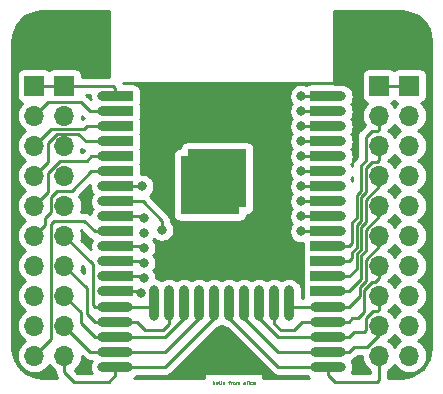
<source format=gbr>
G04 #@! TF.GenerationSoftware,KiCad,Pcbnew,(5.1.4-6-g300381ba4)-1*
G04 #@! TF.CreationDate,2020-01-10T02:39:22+00:00*
G04 #@! TF.ProjectId,esp32-wrover-breakout,65737033-322d-4777-926f-7665722d6272,rev?*
G04 #@! TF.SameCoordinates,Original*
G04 #@! TF.FileFunction,Copper,L1,Top*
G04 #@! TF.FilePolarity,Positive*
%FSLAX46Y46*%
G04 Gerber Fmt 4.6, Leading zero omitted, Abs format (unit mm)*
G04 Created by KiCad (PCBNEW (5.1.4-6-g300381ba4)-1) date 2020-01-10 02:39:22*
%MOMM*%
%LPD*%
G04 APERTURE LIST*
%ADD10C,0.050000*%
%ADD11R,2.000000X0.900000*%
%ADD12O,0.900000X3.000000*%
%ADD13R,5.000000X5.000000*%
%ADD14R,1.700000X1.700000*%
%ADD15O,1.700000X1.700000*%
%ADD16C,0.800000*%
%ADD17O,3.000000X0.900000*%
%ADD18C,0.250000*%
%ADD19C,0.254000*%
G04 APERTURE END LIST*
D10*
X137674571Y-96401714D02*
X137674571Y-96101714D01*
X137803142Y-96401714D02*
X137803142Y-96244571D01*
X137788857Y-96216000D01*
X137760285Y-96201714D01*
X137717428Y-96201714D01*
X137688857Y-96216000D01*
X137674571Y-96230285D01*
X138060285Y-96387428D02*
X138031714Y-96401714D01*
X137974571Y-96401714D01*
X137946000Y-96387428D01*
X137931714Y-96358857D01*
X137931714Y-96244571D01*
X137946000Y-96216000D01*
X137974571Y-96201714D01*
X138031714Y-96201714D01*
X138060285Y-96216000D01*
X138074571Y-96244571D01*
X138074571Y-96273142D01*
X137931714Y-96301714D01*
X138246000Y-96401714D02*
X138217428Y-96387428D01*
X138203142Y-96358857D01*
X138203142Y-96101714D01*
X138403142Y-96401714D02*
X138374571Y-96387428D01*
X138360285Y-96358857D01*
X138360285Y-96101714D01*
X138560285Y-96401714D02*
X138531714Y-96387428D01*
X138517428Y-96373142D01*
X138503142Y-96344571D01*
X138503142Y-96258857D01*
X138517428Y-96230285D01*
X138531714Y-96216000D01*
X138560285Y-96201714D01*
X138603142Y-96201714D01*
X138631714Y-96216000D01*
X138646000Y-96230285D01*
X138660285Y-96258857D01*
X138660285Y-96344571D01*
X138646000Y-96373142D01*
X138631714Y-96387428D01*
X138603142Y-96401714D01*
X138560285Y-96401714D01*
X138974571Y-96201714D02*
X139088857Y-96201714D01*
X139017428Y-96401714D02*
X139017428Y-96144571D01*
X139031714Y-96116000D01*
X139060285Y-96101714D01*
X139088857Y-96101714D01*
X139188857Y-96401714D02*
X139188857Y-96201714D01*
X139188857Y-96258857D02*
X139203142Y-96230285D01*
X139217428Y-96216000D01*
X139246000Y-96201714D01*
X139274571Y-96201714D01*
X139417428Y-96401714D02*
X139388857Y-96387428D01*
X139374571Y-96373142D01*
X139360285Y-96344571D01*
X139360285Y-96258857D01*
X139374571Y-96230285D01*
X139388857Y-96216000D01*
X139417428Y-96201714D01*
X139460285Y-96201714D01*
X139488857Y-96216000D01*
X139503142Y-96230285D01*
X139517428Y-96258857D01*
X139517428Y-96344571D01*
X139503142Y-96373142D01*
X139488857Y-96387428D01*
X139460285Y-96401714D01*
X139417428Y-96401714D01*
X139646000Y-96401714D02*
X139646000Y-96201714D01*
X139646000Y-96230285D02*
X139660285Y-96216000D01*
X139688857Y-96201714D01*
X139731714Y-96201714D01*
X139760285Y-96216000D01*
X139774571Y-96244571D01*
X139774571Y-96401714D01*
X139774571Y-96244571D02*
X139788857Y-96216000D01*
X139817428Y-96201714D01*
X139860285Y-96201714D01*
X139888857Y-96216000D01*
X139903142Y-96244571D01*
X139903142Y-96401714D01*
X140403142Y-96401714D02*
X140403142Y-96244571D01*
X140388857Y-96216000D01*
X140360285Y-96201714D01*
X140303142Y-96201714D01*
X140274571Y-96216000D01*
X140403142Y-96387428D02*
X140374571Y-96401714D01*
X140303142Y-96401714D01*
X140274571Y-96387428D01*
X140260285Y-96358857D01*
X140260285Y-96330285D01*
X140274571Y-96301714D01*
X140303142Y-96287428D01*
X140374571Y-96287428D01*
X140403142Y-96273142D01*
X140588857Y-96401714D02*
X140560285Y-96387428D01*
X140546000Y-96358857D01*
X140546000Y-96101714D01*
X140703142Y-96401714D02*
X140703142Y-96201714D01*
X140703142Y-96101714D02*
X140688857Y-96116000D01*
X140703142Y-96130285D01*
X140717428Y-96116000D01*
X140703142Y-96101714D01*
X140703142Y-96130285D01*
X140974571Y-96387428D02*
X140946000Y-96401714D01*
X140888857Y-96401714D01*
X140860285Y-96387428D01*
X140846000Y-96373142D01*
X140831714Y-96344571D01*
X140831714Y-96258857D01*
X140846000Y-96230285D01*
X140860285Y-96216000D01*
X140888857Y-96201714D01*
X140946000Y-96201714D01*
X140974571Y-96216000D01*
X141217428Y-96387428D02*
X141188857Y-96401714D01*
X141131714Y-96401714D01*
X141103142Y-96387428D01*
X141088857Y-96358857D01*
X141088857Y-96244571D01*
X141103142Y-96216000D01*
X141131714Y-96201714D01*
X141188857Y-96201714D01*
X141217428Y-96216000D01*
X141231714Y-96244571D01*
X141231714Y-96273142D01*
X141088857Y-96301714D01*
D11*
X146930000Y-72009000D03*
X146930000Y-73279000D03*
X146930000Y-74549000D03*
X146930000Y-75819000D03*
X146930000Y-77089000D03*
X146930000Y-78359000D03*
X146930000Y-79629000D03*
X146930000Y-80899000D03*
X146930000Y-82169000D03*
X146930000Y-83439000D03*
X146930000Y-84709000D03*
X146930000Y-85979000D03*
X146930000Y-87249000D03*
X146930000Y-88519000D03*
D12*
X144145000Y-89519000D03*
X142875000Y-89519000D03*
X141605000Y-89519000D03*
X140335000Y-89519000D03*
X139065000Y-89519000D03*
X137795000Y-89519000D03*
X136525000Y-89519000D03*
X135255000Y-89519000D03*
X133985000Y-89519000D03*
X132715000Y-89519000D03*
D11*
X129930000Y-88519000D03*
X129930000Y-87249000D03*
X129930000Y-85979000D03*
X129930000Y-84709000D03*
X129930000Y-83439000D03*
X129930000Y-82169000D03*
X129930000Y-80899000D03*
X129930000Y-79629000D03*
X129930000Y-78359000D03*
X129930000Y-77089000D03*
X129930000Y-75819000D03*
X129930000Y-74549000D03*
X129930000Y-73279000D03*
X129930000Y-72009000D03*
D13*
X137430000Y-79509000D03*
D14*
X154305000Y-71120000D03*
D15*
X154305000Y-73660000D03*
X154305000Y-76200000D03*
X154305000Y-78740000D03*
X154305000Y-81280000D03*
X154305000Y-83820000D03*
X154305000Y-86360000D03*
X154305000Y-88900000D03*
X154305000Y-91440000D03*
X154305000Y-93980000D03*
D14*
X122555000Y-71120000D03*
D15*
X122555000Y-73660000D03*
X122555000Y-76200000D03*
X122555000Y-78740000D03*
X122555000Y-81280000D03*
X122555000Y-83820000D03*
X122555000Y-86360000D03*
X122555000Y-88900000D03*
X122555000Y-91440000D03*
X122555000Y-93980000D03*
D14*
X151765000Y-71120000D03*
D15*
X151765000Y-73660000D03*
X151765000Y-76200000D03*
X151765000Y-78740000D03*
X151765000Y-81280000D03*
X151765000Y-83820000D03*
X151765000Y-86360000D03*
X151765000Y-88900000D03*
X151765000Y-91440000D03*
X151765000Y-93980000D03*
D14*
X125095000Y-71120000D03*
D15*
X125095000Y-73660000D03*
X125095000Y-76200000D03*
X125095000Y-78740000D03*
X125095000Y-81280000D03*
X125095000Y-83820000D03*
X125095000Y-86360000D03*
X125095000Y-88900000D03*
X125095000Y-91440000D03*
X125095000Y-93980000D03*
D16*
X136030000Y-76940000D03*
D13*
X138030000Y-78950000D03*
D17*
X129430000Y-72030000D03*
X129430000Y-73300000D03*
X129430000Y-74570000D03*
X129430000Y-75840000D03*
X129430000Y-77110000D03*
X129430000Y-78380000D03*
X129430000Y-79650000D03*
X129430000Y-80920000D03*
X129430000Y-82190000D03*
X129430000Y-83460000D03*
X129430000Y-84730000D03*
X129430000Y-86000000D03*
X129430000Y-87270000D03*
X129430000Y-88540000D03*
X129430000Y-89840000D03*
X129430000Y-91110000D03*
X129430000Y-92380000D03*
X129430000Y-93650000D03*
X129430000Y-94920000D03*
X147430000Y-94920000D03*
X147430000Y-93650000D03*
X147430000Y-92380000D03*
X147430000Y-91110000D03*
X147430000Y-89840000D03*
X147460000Y-88540000D03*
X147460000Y-87270000D03*
X147460000Y-86000000D03*
X147460000Y-84730000D03*
X147460000Y-83460000D03*
X147460000Y-82190000D03*
X147460000Y-80920000D03*
X147460000Y-79650000D03*
X147460000Y-78380000D03*
X147460000Y-77110000D03*
X147460000Y-75840000D03*
X147460000Y-74570000D03*
X147460000Y-73300000D03*
X147460000Y-72030000D03*
D16*
X136030000Y-77940000D03*
X136030000Y-78940000D03*
X136030000Y-79940000D03*
X136030000Y-80940000D03*
X137030000Y-80940000D03*
X137030000Y-79940000D03*
X137030000Y-78940000D03*
X137030000Y-77940000D03*
X137030000Y-76940000D03*
X139030000Y-76940000D03*
X139030000Y-77940000D03*
X139030000Y-78940000D03*
X139030000Y-79940000D03*
X139030000Y-80940000D03*
X138030000Y-80940000D03*
X138030000Y-79940000D03*
X138030000Y-78940000D03*
X138030000Y-77940000D03*
X138030000Y-76940000D03*
X140030000Y-80940000D03*
X140030000Y-79940000D03*
X140030000Y-78940000D03*
X140030000Y-77940000D03*
X140030000Y-76940000D03*
X131572000Y-88646000D03*
X131826000Y-87376000D03*
X131826000Y-86106000D03*
X131826000Y-84836000D03*
X131826000Y-82296000D03*
X131826000Y-83566000D03*
X133350000Y-83312000D03*
X145161000Y-83439000D03*
X145161000Y-82169000D03*
X145161000Y-80899000D03*
X145161000Y-79629000D03*
X145161000Y-78359000D03*
X145161000Y-77089000D03*
X145161000Y-75819000D03*
X145161000Y-74549000D03*
X145161000Y-73279000D03*
X145161000Y-72009000D03*
X131699000Y-79629000D03*
D18*
X129430000Y-95620000D02*
X129430000Y-94920000D01*
X128880010Y-96169990D02*
X129430000Y-95620000D01*
X125887990Y-96169990D02*
X128880010Y-96169990D01*
X125095000Y-95377000D02*
X125887990Y-96169990D01*
X125095000Y-93980000D02*
X125095000Y-95377000D01*
X127305000Y-93650000D02*
X125095000Y-91440000D01*
X129430000Y-93650000D02*
X127305000Y-93650000D01*
X127680000Y-92380000D02*
X126492000Y-91192000D01*
X129430000Y-92380000D02*
X127680000Y-92380000D01*
X126492000Y-90297000D02*
X125095000Y-88900000D01*
X126492000Y-91192000D02*
X126492000Y-90297000D01*
X127680000Y-91110000D02*
X127000000Y-90430000D01*
X129430000Y-91110000D02*
X127680000Y-91110000D01*
X127000000Y-88265000D02*
X127000000Y-88392000D01*
X125095000Y-86360000D02*
X127000000Y-88265000D01*
X127000000Y-90430000D02*
X127000000Y-88392000D01*
X127508000Y-86233000D02*
X125095000Y-83820000D01*
X127508000Y-89668000D02*
X127508000Y-86233000D01*
X129430000Y-89840000D02*
X127680000Y-89840000D01*
X127680000Y-89840000D02*
X127508000Y-89668000D01*
X129430000Y-88540000D02*
X131720000Y-88540000D01*
X131720000Y-87270000D02*
X131826000Y-87376000D01*
X129430000Y-87270000D02*
X131720000Y-87270000D01*
X131720000Y-86000000D02*
X131826000Y-86106000D01*
X129430000Y-86000000D02*
X131720000Y-86000000D01*
X131720000Y-84730000D02*
X131826000Y-84836000D01*
X129430000Y-84730000D02*
X131720000Y-84730000D01*
X127680000Y-83460000D02*
X126770000Y-82550000D01*
X129430000Y-83460000D02*
X127680000Y-83460000D01*
X126770000Y-82550000D02*
X124206000Y-82550000D01*
X124206000Y-82550000D02*
X123952000Y-82804000D01*
X123952000Y-92583000D02*
X122555000Y-93980000D01*
X123952000Y-82804000D02*
X123952000Y-92583000D01*
X131720000Y-82190000D02*
X131826000Y-82296000D01*
X129430000Y-82190000D02*
X131720000Y-82190000D01*
X131720000Y-80920000D02*
X129430000Y-80920000D01*
X133350000Y-83312000D02*
X133350000Y-82550000D01*
X133350000Y-82550000D02*
X131720000Y-80920000D01*
X122555000Y-83820000D02*
X123444000Y-82931000D01*
X123444000Y-82931000D02*
X123444000Y-82296000D01*
X123444000Y-82296000D02*
X123952000Y-81788000D01*
X123952000Y-81788000D02*
X123952000Y-80518000D01*
X123952000Y-80518000D02*
X124460000Y-80010000D01*
X124460000Y-80010000D02*
X125730000Y-80010000D01*
X127360000Y-78380000D02*
X129430000Y-78380000D01*
X125730000Y-80010000D02*
X127360000Y-78380000D01*
X127360000Y-77110000D02*
X129430000Y-77110000D01*
X127000000Y-77470000D02*
X127360000Y-77110000D01*
X124714000Y-77470000D02*
X127000000Y-77470000D01*
X123698000Y-78486000D02*
X124714000Y-77470000D01*
X122555000Y-81280000D02*
X123698000Y-80137000D01*
X123698000Y-80137000D02*
X123698000Y-78486000D01*
X122555000Y-78740000D02*
X123698000Y-77597000D01*
X123698000Y-77597000D02*
X123698000Y-75946000D01*
X123698000Y-75946000D02*
X124460000Y-75184000D01*
X124460000Y-75184000D02*
X126238000Y-75184000D01*
X126894000Y-75840000D02*
X129430000Y-75840000D01*
X126238000Y-75184000D02*
X126894000Y-75840000D01*
X122555000Y-76200000D02*
X123952000Y-74803000D01*
X123952000Y-74803000D02*
X126746000Y-74803000D01*
X126979000Y-74570000D02*
X129430000Y-74570000D01*
X126746000Y-74803000D02*
X126979000Y-74570000D01*
X122555000Y-73660000D02*
X123698000Y-72517000D01*
X123698000Y-72517000D02*
X126492000Y-72517000D01*
X127275000Y-73300000D02*
X129430000Y-73300000D01*
X126492000Y-72517000D02*
X127275000Y-73300000D01*
X129430000Y-71330000D02*
X129430000Y-72030000D01*
X151765000Y-96012000D02*
X151765000Y-93980000D01*
X151607010Y-96169990D02*
X151765000Y-96012000D01*
X147979990Y-96169990D02*
X151607010Y-96169990D01*
X147430000Y-94920000D02*
X147430000Y-95620000D01*
X147430000Y-95620000D02*
X147979990Y-96169990D01*
X151765000Y-92202000D02*
X151765000Y-91440000D01*
X150749000Y-93218000D02*
X151765000Y-92202000D01*
X149612000Y-93218000D02*
X150749000Y-93218000D01*
X147430000Y-93650000D02*
X149180000Y-93650000D01*
X149180000Y-93650000D02*
X149612000Y-93218000D01*
X149180000Y-92380000D02*
X149612000Y-91948000D01*
X147430000Y-92380000D02*
X149180000Y-92380000D01*
X149612000Y-91948000D02*
X150495000Y-91948000D01*
X150495000Y-91948000D02*
X150622000Y-91821000D01*
X150622000Y-91821000D02*
X150622000Y-90805000D01*
X150622000Y-90805000D02*
X151257000Y-90170000D01*
X151257000Y-90170000D02*
X151638000Y-90170000D01*
X151638000Y-90170000D02*
X151765000Y-90043000D01*
X151765000Y-90043000D02*
X151765000Y-88900000D01*
X151765000Y-87376000D02*
X151765000Y-86360000D01*
X151384000Y-87757000D02*
X151765000Y-87376000D01*
X151130000Y-87757000D02*
X151384000Y-87757000D01*
X149180000Y-91110000D02*
X149485000Y-90805000D01*
X149485000Y-90805000D02*
X149987000Y-90805000D01*
X149987000Y-90805000D02*
X150495000Y-90297000D01*
X147430000Y-91110000D02*
X149180000Y-91110000D01*
X150495000Y-90297000D02*
X150495000Y-88392000D01*
X150495000Y-88392000D02*
X151130000Y-87757000D01*
X150622000Y-85852000D02*
X151765000Y-84709000D01*
X150622000Y-87630000D02*
X150622000Y-85852000D01*
X147430000Y-89840000D02*
X149180000Y-89840000D01*
X149358000Y-89662000D02*
X149358000Y-89656000D01*
X151765000Y-84709000D02*
X151765000Y-83820000D01*
X149358000Y-89656000D02*
X150114000Y-88900000D01*
X150114000Y-88900000D02*
X150114000Y-88138000D01*
X149180000Y-89840000D02*
X149358000Y-89662000D01*
X150114000Y-88138000D02*
X150622000Y-87630000D01*
X149210000Y-88540000D02*
X150241000Y-87509000D01*
X147460000Y-88540000D02*
X149210000Y-88540000D01*
X150241000Y-87509000D02*
X150241000Y-85471000D01*
X150241000Y-85471000D02*
X150622000Y-85090000D01*
X150622000Y-85090000D02*
X150622000Y-83312000D01*
X150622000Y-83312000D02*
X151765000Y-82169000D01*
X151765000Y-82169000D02*
X151765000Y-81280000D01*
X151765000Y-79629000D02*
X151765000Y-78740000D01*
X150622000Y-80772000D02*
X151765000Y-79629000D01*
X150622000Y-82677000D02*
X150622000Y-80772000D01*
X149210000Y-87270000D02*
X149860000Y-86620000D01*
X147460000Y-87270000D02*
X149210000Y-87270000D01*
X149860000Y-86620000D02*
X149860000Y-85344000D01*
X149860000Y-85344000D02*
X150241000Y-84963000D01*
X150241000Y-84963000D02*
X150241000Y-83058000D01*
X150241000Y-83058000D02*
X150622000Y-82677000D01*
X151765000Y-77402081D02*
X151765000Y-76200000D01*
X151570081Y-77597000D02*
X151765000Y-77402081D01*
X151130000Y-77597000D02*
X151570081Y-77597000D01*
X150622000Y-78105000D02*
X151130000Y-77597000D01*
X150622000Y-80137000D02*
X150622000Y-78105000D01*
X150241000Y-80518000D02*
X150622000Y-80137000D01*
X150241000Y-82550000D02*
X150241000Y-80518000D01*
X147460000Y-86000000D02*
X149210000Y-86000000D01*
X149210000Y-86000000D02*
X149479000Y-85731000D01*
X149479000Y-85731000D02*
X149479000Y-85217000D01*
X149479000Y-85217000D02*
X149860000Y-84836000D01*
X149860000Y-84836000D02*
X149860000Y-82931000D01*
X149860000Y-82931000D02*
X150241000Y-82550000D01*
X150241000Y-77851000D02*
X150622000Y-77470000D01*
X150622000Y-77470000D02*
X150622000Y-75438000D01*
X149860000Y-82296000D02*
X149860000Y-80391000D01*
X149479000Y-84461000D02*
X149479000Y-82677000D01*
X149479000Y-82677000D02*
X149860000Y-82296000D01*
X150241000Y-80010000D02*
X150241000Y-77851000D01*
X149860000Y-80391000D02*
X150241000Y-80010000D01*
X149210000Y-84730000D02*
X149479000Y-84461000D01*
X147460000Y-84730000D02*
X149210000Y-84730000D01*
X150622000Y-75438000D02*
X151130000Y-74930000D01*
X151130000Y-74930000D02*
X151638000Y-74930000D01*
X151638000Y-74930000D02*
X151765000Y-74803000D01*
X151765000Y-74803000D02*
X151765000Y-73660000D01*
X147439000Y-83439000D02*
X147460000Y-83460000D01*
X145161000Y-83439000D02*
X147439000Y-83439000D01*
X145182000Y-82190000D02*
X145161000Y-82169000D01*
X147460000Y-82190000D02*
X145182000Y-82190000D01*
X145182000Y-80920000D02*
X145161000Y-80899000D01*
X147460000Y-80920000D02*
X145182000Y-80920000D01*
X145182000Y-79650000D02*
X145161000Y-79629000D01*
X147460000Y-79650000D02*
X145182000Y-79650000D01*
X145182000Y-78380000D02*
X145161000Y-78359000D01*
X147460000Y-78380000D02*
X145182000Y-78380000D01*
X145182000Y-77110000D02*
X145161000Y-77089000D01*
X147460000Y-77110000D02*
X145182000Y-77110000D01*
X145182000Y-75840000D02*
X145161000Y-75819000D01*
X147460000Y-75840000D02*
X145182000Y-75840000D01*
X145182000Y-74570000D02*
X145161000Y-74549000D01*
X147460000Y-74570000D02*
X145182000Y-74570000D01*
X145182000Y-73300000D02*
X145161000Y-73279000D01*
X147460000Y-73300000D02*
X145182000Y-73300000D01*
X145182000Y-72030000D02*
X145161000Y-72009000D01*
X147460000Y-72030000D02*
X145182000Y-72030000D01*
X122555000Y-71120000D02*
X125095000Y-71120000D01*
X154305000Y-71120000D02*
X151765000Y-71120000D01*
X131678000Y-79650000D02*
X131699000Y-79629000D01*
X129430000Y-79650000D02*
X131678000Y-79650000D01*
X129220000Y-71120000D02*
X125095000Y-71120000D01*
X129430000Y-71330000D02*
X129220000Y-71120000D01*
X132394000Y-89840000D02*
X132715000Y-89519000D01*
X129430000Y-89840000D02*
X132394000Y-89840000D01*
X144466000Y-89840000D02*
X144145000Y-89519000D01*
X147430000Y-89840000D02*
X144466000Y-89840000D01*
X133985000Y-89519000D02*
X133985000Y-90769000D01*
X131180000Y-92380000D02*
X129430000Y-92380000D01*
X133644000Y-92380000D02*
X131180000Y-92380000D01*
X135255000Y-90769000D02*
X133644000Y-92380000D01*
X135255000Y-89519000D02*
X135255000Y-90769000D01*
X131180000Y-93650000D02*
X129430000Y-93650000D01*
X133644000Y-93650000D02*
X131180000Y-93650000D01*
X136525000Y-90769000D02*
X133644000Y-93650000D01*
X136525000Y-89519000D02*
X136525000Y-90769000D01*
X131180000Y-94920000D02*
X129430000Y-94920000D01*
X133644000Y-94920000D02*
X131180000Y-94920000D01*
X137795000Y-90769000D02*
X133644000Y-94920000D01*
X137795000Y-89519000D02*
X137795000Y-90769000D01*
X142875000Y-89519000D02*
X142875000Y-90769000D01*
X145680000Y-92380000D02*
X147430000Y-92380000D01*
X143216000Y-92380000D02*
X145680000Y-92380000D01*
X141605000Y-90769000D02*
X143216000Y-92380000D01*
X141605000Y-89519000D02*
X141605000Y-90769000D01*
X145680000Y-93650000D02*
X147430000Y-93650000D01*
X143216000Y-93650000D02*
X145680000Y-93650000D01*
X140335000Y-90769000D02*
X143216000Y-93650000D01*
X140335000Y-89519000D02*
X140335000Y-90769000D01*
X145680000Y-94920000D02*
X147430000Y-94920000D01*
X143216000Y-94920000D02*
X145680000Y-94920000D01*
X139065000Y-90769000D02*
X143216000Y-94920000D01*
X139065000Y-89519000D02*
X139065000Y-90769000D01*
X133985000Y-91269000D02*
X133433000Y-91821000D01*
X133985000Y-89519000D02*
X133985000Y-91269000D01*
X133433000Y-91821000D02*
X131953000Y-91821000D01*
X131242000Y-91110000D02*
X129430000Y-91110000D01*
X131953000Y-91821000D02*
X131242000Y-91110000D01*
X142875000Y-91269000D02*
X143427000Y-91821000D01*
X142875000Y-89519000D02*
X142875000Y-91269000D01*
X143427000Y-91821000D02*
X144526000Y-91821000D01*
X145237000Y-91110000D02*
X147430000Y-91110000D01*
X144526000Y-91821000D02*
X145237000Y-91110000D01*
D19*
G36*
X138459291Y-91475509D02*
G01*
X138647781Y-91576259D01*
X138852304Y-91638300D01*
X138860285Y-91639086D01*
X142652205Y-95431008D01*
X142675999Y-95460001D01*
X142704992Y-95483795D01*
X142704996Y-95483799D01*
X142756401Y-95525985D01*
X142791724Y-95554974D01*
X142923753Y-95625546D01*
X143067014Y-95669003D01*
X143178667Y-95680000D01*
X143178676Y-95680000D01*
X143215999Y-95683676D01*
X143253322Y-95680000D01*
X145600114Y-95680000D01*
X145609078Y-95690922D01*
X145774290Y-95826509D01*
X145836947Y-95860000D01*
X141948857Y-95860000D01*
X141948857Y-95402500D01*
X136943143Y-95402500D01*
X136943143Y-95860000D01*
X131023053Y-95860000D01*
X131085710Y-95826509D01*
X131250922Y-95690922D01*
X131259886Y-95680000D01*
X133606678Y-95680000D01*
X133644000Y-95683676D01*
X133681322Y-95680000D01*
X133681333Y-95680000D01*
X133792986Y-95669003D01*
X133936247Y-95625546D01*
X134068276Y-95554974D01*
X134184001Y-95460001D01*
X134207804Y-95430997D01*
X137999717Y-91639086D01*
X138007697Y-91638300D01*
X138212220Y-91576259D01*
X138400710Y-91475509D01*
X138430001Y-91451471D01*
X138459291Y-91475509D01*
X138459291Y-91475509D01*
G37*
X138459291Y-91475509D02*
X138647781Y-91576259D01*
X138852304Y-91638300D01*
X138860285Y-91639086D01*
X142652205Y-95431008D01*
X142675999Y-95460001D01*
X142704992Y-95483795D01*
X142704996Y-95483799D01*
X142756401Y-95525985D01*
X142791724Y-95554974D01*
X142923753Y-95625546D01*
X143067014Y-95669003D01*
X143178667Y-95680000D01*
X143178676Y-95680000D01*
X143215999Y-95683676D01*
X143253322Y-95680000D01*
X145600114Y-95680000D01*
X145609078Y-95690922D01*
X145774290Y-95826509D01*
X145836947Y-95860000D01*
X141948857Y-95860000D01*
X141948857Y-95402500D01*
X136943143Y-95402500D01*
X136943143Y-95860000D01*
X131023053Y-95860000D01*
X131085710Y-95826509D01*
X131250922Y-95690922D01*
X131259886Y-95680000D01*
X133606678Y-95680000D01*
X133644000Y-95683676D01*
X133681322Y-95680000D01*
X133681333Y-95680000D01*
X133792986Y-95669003D01*
X133936247Y-95625546D01*
X134068276Y-95554974D01*
X134184001Y-95460001D01*
X134207804Y-95430997D01*
X137999717Y-91639086D01*
X138007697Y-91638300D01*
X138212220Y-91576259D01*
X138400710Y-91475509D01*
X138430001Y-91451471D01*
X138459291Y-91475509D01*
G36*
X128905000Y-70360000D02*
G01*
X126583072Y-70360000D01*
X126583072Y-70270000D01*
X126570812Y-70145518D01*
X126534502Y-70025820D01*
X126475537Y-69915506D01*
X126396185Y-69818815D01*
X126299494Y-69739463D01*
X126189180Y-69680498D01*
X126069482Y-69644188D01*
X125945000Y-69631928D01*
X124245000Y-69631928D01*
X124120518Y-69644188D01*
X124000820Y-69680498D01*
X123890506Y-69739463D01*
X123825000Y-69793222D01*
X123759494Y-69739463D01*
X123649180Y-69680498D01*
X123529482Y-69644188D01*
X123405000Y-69631928D01*
X121705000Y-69631928D01*
X121580518Y-69644188D01*
X121460820Y-69680498D01*
X121350506Y-69739463D01*
X121253815Y-69818815D01*
X121174463Y-69915506D01*
X121115498Y-70025820D01*
X121079188Y-70145518D01*
X121066928Y-70270000D01*
X121066928Y-71970000D01*
X121079188Y-72094482D01*
X121115498Y-72214180D01*
X121174463Y-72324494D01*
X121253815Y-72421185D01*
X121350506Y-72500537D01*
X121460820Y-72559502D01*
X121529687Y-72580393D01*
X121499866Y-72604866D01*
X121314294Y-72830986D01*
X121176401Y-73088966D01*
X121091487Y-73368889D01*
X121062815Y-73660000D01*
X121091487Y-73951111D01*
X121176401Y-74231034D01*
X121314294Y-74489014D01*
X121499866Y-74715134D01*
X121725986Y-74900706D01*
X121780791Y-74930000D01*
X121725986Y-74959294D01*
X121499866Y-75144866D01*
X121314294Y-75370986D01*
X121176401Y-75628966D01*
X121091487Y-75908889D01*
X121062815Y-76200000D01*
X121091487Y-76491111D01*
X121176401Y-76771034D01*
X121314294Y-77029014D01*
X121499866Y-77255134D01*
X121725986Y-77440706D01*
X121780791Y-77470000D01*
X121725986Y-77499294D01*
X121499866Y-77684866D01*
X121314294Y-77910986D01*
X121176401Y-78168966D01*
X121091487Y-78448889D01*
X121062815Y-78740000D01*
X121091487Y-79031111D01*
X121176401Y-79311034D01*
X121314294Y-79569014D01*
X121499866Y-79795134D01*
X121725986Y-79980706D01*
X121780791Y-80010000D01*
X121725986Y-80039294D01*
X121499866Y-80224866D01*
X121314294Y-80450986D01*
X121176401Y-80708966D01*
X121091487Y-80988889D01*
X121062815Y-81280000D01*
X121091487Y-81571111D01*
X121176401Y-81851034D01*
X121314294Y-82109014D01*
X121499866Y-82335134D01*
X121725986Y-82520706D01*
X121780791Y-82550000D01*
X121725986Y-82579294D01*
X121499866Y-82764866D01*
X121314294Y-82990986D01*
X121176401Y-83248966D01*
X121091487Y-83528889D01*
X121062815Y-83820000D01*
X121091487Y-84111111D01*
X121176401Y-84391034D01*
X121314294Y-84649014D01*
X121499866Y-84875134D01*
X121725986Y-85060706D01*
X121780791Y-85090000D01*
X121725986Y-85119294D01*
X121499866Y-85304866D01*
X121314294Y-85530986D01*
X121176401Y-85788966D01*
X121091487Y-86068889D01*
X121062815Y-86360000D01*
X121091487Y-86651111D01*
X121176401Y-86931034D01*
X121314294Y-87189014D01*
X121499866Y-87415134D01*
X121725986Y-87600706D01*
X121780791Y-87630000D01*
X121725986Y-87659294D01*
X121499866Y-87844866D01*
X121314294Y-88070986D01*
X121176401Y-88328966D01*
X121091487Y-88608889D01*
X121062815Y-88900000D01*
X121091487Y-89191111D01*
X121176401Y-89471034D01*
X121314294Y-89729014D01*
X121499866Y-89955134D01*
X121725986Y-90140706D01*
X121780791Y-90170000D01*
X121725986Y-90199294D01*
X121499866Y-90384866D01*
X121314294Y-90610986D01*
X121176401Y-90868966D01*
X121091487Y-91148889D01*
X121062815Y-91440000D01*
X121091487Y-91731111D01*
X121176401Y-92011034D01*
X121314294Y-92269014D01*
X121499866Y-92495134D01*
X121725986Y-92680706D01*
X121780791Y-92710000D01*
X121725986Y-92739294D01*
X121499866Y-92924866D01*
X121314294Y-93150986D01*
X121176401Y-93408966D01*
X121091487Y-93688889D01*
X121062815Y-93980000D01*
X121091487Y-94271111D01*
X121176401Y-94551034D01*
X121314294Y-94809014D01*
X121499866Y-95035134D01*
X121725986Y-95220706D01*
X121983966Y-95358599D01*
X122263889Y-95443513D01*
X122482050Y-95465000D01*
X122627950Y-95465000D01*
X122846111Y-95443513D01*
X123126034Y-95358599D01*
X123384014Y-95220706D01*
X123610134Y-95035134D01*
X123795706Y-94809014D01*
X123825000Y-94754209D01*
X123854294Y-94809014D01*
X124039866Y-95035134D01*
X124265986Y-95220706D01*
X124335001Y-95257595D01*
X124335001Y-95339668D01*
X124331324Y-95377000D01*
X124335001Y-95414333D01*
X124345998Y-95525986D01*
X124359180Y-95569442D01*
X124389454Y-95669246D01*
X124460026Y-95801276D01*
X124508220Y-95860000D01*
X123405905Y-95860000D01*
X123400147Y-95857532D01*
X123267470Y-95829331D01*
X123257819Y-95828317D01*
X122708946Y-95774500D01*
X122246215Y-95634793D01*
X121819433Y-95407868D01*
X121444854Y-95102369D01*
X121136750Y-94729935D01*
X120906852Y-94304749D01*
X120763919Y-93843004D01*
X120706270Y-93294518D01*
X120703983Y-93283375D01*
X120696291Y-93207640D01*
X120675000Y-93137997D01*
X120675000Y-67525905D01*
X120677468Y-67520147D01*
X120705668Y-67387471D01*
X120706683Y-67377820D01*
X120760500Y-66828946D01*
X120900206Y-66366219D01*
X121127132Y-65939432D01*
X121432631Y-65564854D01*
X121805066Y-65256750D01*
X122230249Y-65026853D01*
X122691996Y-64883919D01*
X123240483Y-64826270D01*
X123251627Y-64823982D01*
X123327360Y-64816291D01*
X123397002Y-64795000D01*
X128905000Y-64795000D01*
X128905000Y-70360000D01*
X128905000Y-70360000D01*
G37*
X128905000Y-70360000D02*
X126583072Y-70360000D01*
X126583072Y-70270000D01*
X126570812Y-70145518D01*
X126534502Y-70025820D01*
X126475537Y-69915506D01*
X126396185Y-69818815D01*
X126299494Y-69739463D01*
X126189180Y-69680498D01*
X126069482Y-69644188D01*
X125945000Y-69631928D01*
X124245000Y-69631928D01*
X124120518Y-69644188D01*
X124000820Y-69680498D01*
X123890506Y-69739463D01*
X123825000Y-69793222D01*
X123759494Y-69739463D01*
X123649180Y-69680498D01*
X123529482Y-69644188D01*
X123405000Y-69631928D01*
X121705000Y-69631928D01*
X121580518Y-69644188D01*
X121460820Y-69680498D01*
X121350506Y-69739463D01*
X121253815Y-69818815D01*
X121174463Y-69915506D01*
X121115498Y-70025820D01*
X121079188Y-70145518D01*
X121066928Y-70270000D01*
X121066928Y-71970000D01*
X121079188Y-72094482D01*
X121115498Y-72214180D01*
X121174463Y-72324494D01*
X121253815Y-72421185D01*
X121350506Y-72500537D01*
X121460820Y-72559502D01*
X121529687Y-72580393D01*
X121499866Y-72604866D01*
X121314294Y-72830986D01*
X121176401Y-73088966D01*
X121091487Y-73368889D01*
X121062815Y-73660000D01*
X121091487Y-73951111D01*
X121176401Y-74231034D01*
X121314294Y-74489014D01*
X121499866Y-74715134D01*
X121725986Y-74900706D01*
X121780791Y-74930000D01*
X121725986Y-74959294D01*
X121499866Y-75144866D01*
X121314294Y-75370986D01*
X121176401Y-75628966D01*
X121091487Y-75908889D01*
X121062815Y-76200000D01*
X121091487Y-76491111D01*
X121176401Y-76771034D01*
X121314294Y-77029014D01*
X121499866Y-77255134D01*
X121725986Y-77440706D01*
X121780791Y-77470000D01*
X121725986Y-77499294D01*
X121499866Y-77684866D01*
X121314294Y-77910986D01*
X121176401Y-78168966D01*
X121091487Y-78448889D01*
X121062815Y-78740000D01*
X121091487Y-79031111D01*
X121176401Y-79311034D01*
X121314294Y-79569014D01*
X121499866Y-79795134D01*
X121725986Y-79980706D01*
X121780791Y-80010000D01*
X121725986Y-80039294D01*
X121499866Y-80224866D01*
X121314294Y-80450986D01*
X121176401Y-80708966D01*
X121091487Y-80988889D01*
X121062815Y-81280000D01*
X121091487Y-81571111D01*
X121176401Y-81851034D01*
X121314294Y-82109014D01*
X121499866Y-82335134D01*
X121725986Y-82520706D01*
X121780791Y-82550000D01*
X121725986Y-82579294D01*
X121499866Y-82764866D01*
X121314294Y-82990986D01*
X121176401Y-83248966D01*
X121091487Y-83528889D01*
X121062815Y-83820000D01*
X121091487Y-84111111D01*
X121176401Y-84391034D01*
X121314294Y-84649014D01*
X121499866Y-84875134D01*
X121725986Y-85060706D01*
X121780791Y-85090000D01*
X121725986Y-85119294D01*
X121499866Y-85304866D01*
X121314294Y-85530986D01*
X121176401Y-85788966D01*
X121091487Y-86068889D01*
X121062815Y-86360000D01*
X121091487Y-86651111D01*
X121176401Y-86931034D01*
X121314294Y-87189014D01*
X121499866Y-87415134D01*
X121725986Y-87600706D01*
X121780791Y-87630000D01*
X121725986Y-87659294D01*
X121499866Y-87844866D01*
X121314294Y-88070986D01*
X121176401Y-88328966D01*
X121091487Y-88608889D01*
X121062815Y-88900000D01*
X121091487Y-89191111D01*
X121176401Y-89471034D01*
X121314294Y-89729014D01*
X121499866Y-89955134D01*
X121725986Y-90140706D01*
X121780791Y-90170000D01*
X121725986Y-90199294D01*
X121499866Y-90384866D01*
X121314294Y-90610986D01*
X121176401Y-90868966D01*
X121091487Y-91148889D01*
X121062815Y-91440000D01*
X121091487Y-91731111D01*
X121176401Y-92011034D01*
X121314294Y-92269014D01*
X121499866Y-92495134D01*
X121725986Y-92680706D01*
X121780791Y-92710000D01*
X121725986Y-92739294D01*
X121499866Y-92924866D01*
X121314294Y-93150986D01*
X121176401Y-93408966D01*
X121091487Y-93688889D01*
X121062815Y-93980000D01*
X121091487Y-94271111D01*
X121176401Y-94551034D01*
X121314294Y-94809014D01*
X121499866Y-95035134D01*
X121725986Y-95220706D01*
X121983966Y-95358599D01*
X122263889Y-95443513D01*
X122482050Y-95465000D01*
X122627950Y-95465000D01*
X122846111Y-95443513D01*
X123126034Y-95358599D01*
X123384014Y-95220706D01*
X123610134Y-95035134D01*
X123795706Y-94809014D01*
X123825000Y-94754209D01*
X123854294Y-94809014D01*
X124039866Y-95035134D01*
X124265986Y-95220706D01*
X124335001Y-95257595D01*
X124335001Y-95339668D01*
X124331324Y-95377000D01*
X124335001Y-95414333D01*
X124345998Y-95525986D01*
X124359180Y-95569442D01*
X124389454Y-95669246D01*
X124460026Y-95801276D01*
X124508220Y-95860000D01*
X123405905Y-95860000D01*
X123400147Y-95857532D01*
X123267470Y-95829331D01*
X123257819Y-95828317D01*
X122708946Y-95774500D01*
X122246215Y-95634793D01*
X121819433Y-95407868D01*
X121444854Y-95102369D01*
X121136750Y-94729935D01*
X120906852Y-94304749D01*
X120763919Y-93843004D01*
X120706270Y-93294518D01*
X120703983Y-93283375D01*
X120696291Y-93207640D01*
X120675000Y-93137997D01*
X120675000Y-67525905D01*
X120677468Y-67520147D01*
X120705668Y-67387471D01*
X120706683Y-67377820D01*
X120760500Y-66828946D01*
X120900206Y-66366219D01*
X121127132Y-65939432D01*
X121432631Y-65564854D01*
X121805066Y-65256750D01*
X122230249Y-65026853D01*
X122691996Y-64883919D01*
X123240483Y-64826270D01*
X123251627Y-64823982D01*
X123327360Y-64816291D01*
X123397002Y-64795000D01*
X128905000Y-64795000D01*
X128905000Y-70360000D01*
G36*
X153459853Y-64797468D02*
G01*
X153592529Y-64825668D01*
X153602180Y-64826683D01*
X154151054Y-64880500D01*
X154613781Y-65020206D01*
X155040568Y-65247132D01*
X155415146Y-65552631D01*
X155723250Y-65925066D01*
X155953147Y-66350249D01*
X156096081Y-66811996D01*
X156153730Y-67360483D01*
X156156018Y-67371627D01*
X156163709Y-67447360D01*
X156185001Y-67517006D01*
X156185000Y-93129095D01*
X156182532Y-93134853D01*
X156154331Y-93267530D01*
X156153317Y-93277181D01*
X156099500Y-93826054D01*
X155959793Y-94288785D01*
X155732868Y-94715567D01*
X155427369Y-95090146D01*
X155054935Y-95398250D01*
X154629749Y-95628148D01*
X154168004Y-95771081D01*
X153619518Y-95828730D01*
X153608375Y-95831017D01*
X153532640Y-95838709D01*
X153462997Y-95860000D01*
X152525000Y-95860000D01*
X152525000Y-95257595D01*
X152594014Y-95220706D01*
X152820134Y-95035134D01*
X153005706Y-94809014D01*
X153035000Y-94754209D01*
X153064294Y-94809014D01*
X153249866Y-95035134D01*
X153475986Y-95220706D01*
X153733966Y-95358599D01*
X154013889Y-95443513D01*
X154232050Y-95465000D01*
X154377950Y-95465000D01*
X154596111Y-95443513D01*
X154876034Y-95358599D01*
X155134014Y-95220706D01*
X155360134Y-95035134D01*
X155545706Y-94809014D01*
X155683599Y-94551034D01*
X155768513Y-94271111D01*
X155797185Y-93980000D01*
X155768513Y-93688889D01*
X155683599Y-93408966D01*
X155545706Y-93150986D01*
X155360134Y-92924866D01*
X155134014Y-92739294D01*
X155079209Y-92710000D01*
X155134014Y-92680706D01*
X155360134Y-92495134D01*
X155545706Y-92269014D01*
X155683599Y-92011034D01*
X155768513Y-91731111D01*
X155797185Y-91440000D01*
X155768513Y-91148889D01*
X155683599Y-90868966D01*
X155545706Y-90610986D01*
X155360134Y-90384866D01*
X155134014Y-90199294D01*
X155079209Y-90170000D01*
X155134014Y-90140706D01*
X155360134Y-89955134D01*
X155545706Y-89729014D01*
X155683599Y-89471034D01*
X155768513Y-89191111D01*
X155797185Y-88900000D01*
X155768513Y-88608889D01*
X155683599Y-88328966D01*
X155545706Y-88070986D01*
X155360134Y-87844866D01*
X155134014Y-87659294D01*
X155079209Y-87630000D01*
X155134014Y-87600706D01*
X155360134Y-87415134D01*
X155545706Y-87189014D01*
X155683599Y-86931034D01*
X155768513Y-86651111D01*
X155797185Y-86360000D01*
X155768513Y-86068889D01*
X155683599Y-85788966D01*
X155545706Y-85530986D01*
X155360134Y-85304866D01*
X155134014Y-85119294D01*
X155079209Y-85090000D01*
X155134014Y-85060706D01*
X155360134Y-84875134D01*
X155545706Y-84649014D01*
X155683599Y-84391034D01*
X155768513Y-84111111D01*
X155797185Y-83820000D01*
X155768513Y-83528889D01*
X155683599Y-83248966D01*
X155545706Y-82990986D01*
X155360134Y-82764866D01*
X155134014Y-82579294D01*
X155079209Y-82550000D01*
X155134014Y-82520706D01*
X155360134Y-82335134D01*
X155545706Y-82109014D01*
X155683599Y-81851034D01*
X155768513Y-81571111D01*
X155797185Y-81280000D01*
X155768513Y-80988889D01*
X155683599Y-80708966D01*
X155545706Y-80450986D01*
X155360134Y-80224866D01*
X155134014Y-80039294D01*
X155079209Y-80010000D01*
X155134014Y-79980706D01*
X155360134Y-79795134D01*
X155545706Y-79569014D01*
X155683599Y-79311034D01*
X155768513Y-79031111D01*
X155797185Y-78740000D01*
X155768513Y-78448889D01*
X155683599Y-78168966D01*
X155545706Y-77910986D01*
X155360134Y-77684866D01*
X155134014Y-77499294D01*
X155079209Y-77470000D01*
X155134014Y-77440706D01*
X155360134Y-77255134D01*
X155545706Y-77029014D01*
X155683599Y-76771034D01*
X155768513Y-76491111D01*
X155797185Y-76200000D01*
X155768513Y-75908889D01*
X155683599Y-75628966D01*
X155545706Y-75370986D01*
X155360134Y-75144866D01*
X155134014Y-74959294D01*
X155079209Y-74930000D01*
X155134014Y-74900706D01*
X155360134Y-74715134D01*
X155545706Y-74489014D01*
X155683599Y-74231034D01*
X155768513Y-73951111D01*
X155797185Y-73660000D01*
X155768513Y-73368889D01*
X155683599Y-73088966D01*
X155545706Y-72830986D01*
X155360134Y-72604866D01*
X155330313Y-72580393D01*
X155399180Y-72559502D01*
X155509494Y-72500537D01*
X155606185Y-72421185D01*
X155685537Y-72324494D01*
X155744502Y-72214180D01*
X155780812Y-72094482D01*
X155793072Y-71970000D01*
X155793072Y-70270000D01*
X155780812Y-70145518D01*
X155744502Y-70025820D01*
X155685537Y-69915506D01*
X155606185Y-69818815D01*
X155509494Y-69739463D01*
X155399180Y-69680498D01*
X155279482Y-69644188D01*
X155155000Y-69631928D01*
X153455000Y-69631928D01*
X153330518Y-69644188D01*
X153210820Y-69680498D01*
X153100506Y-69739463D01*
X153035000Y-69793222D01*
X152969494Y-69739463D01*
X152859180Y-69680498D01*
X152739482Y-69644188D01*
X152615000Y-69631928D01*
X150915000Y-69631928D01*
X150790518Y-69644188D01*
X150670820Y-69680498D01*
X150560506Y-69739463D01*
X150463815Y-69818815D01*
X150384463Y-69915506D01*
X150325498Y-70025820D01*
X150289188Y-70145518D01*
X150276928Y-70270000D01*
X150276928Y-71970000D01*
X150289188Y-72094482D01*
X150325498Y-72214180D01*
X150384463Y-72324494D01*
X150463815Y-72421185D01*
X150560506Y-72500537D01*
X150670820Y-72559502D01*
X150739687Y-72580393D01*
X150709866Y-72604866D01*
X150524294Y-72830986D01*
X150386401Y-73088966D01*
X150301487Y-73368889D01*
X150272815Y-73660000D01*
X150301487Y-73951111D01*
X150386401Y-74231034D01*
X150514503Y-74470696D01*
X150110998Y-74874201D01*
X150082000Y-74897999D01*
X150058202Y-74926997D01*
X150058201Y-74926998D01*
X149987026Y-75013724D01*
X149916454Y-75145754D01*
X149893251Y-75222247D01*
X149872998Y-75289014D01*
X149867681Y-75343001D01*
X149858324Y-75438000D01*
X149862001Y-75475332D01*
X149862000Y-77155199D01*
X149729998Y-77287201D01*
X149701000Y-77310999D01*
X149677202Y-77339997D01*
X149677201Y-77339998D01*
X149606026Y-77426724D01*
X149535454Y-77558754D01*
X149516876Y-77620000D01*
X149491998Y-77702014D01*
X149484879Y-77774290D01*
X149477324Y-77851000D01*
X149481001Y-77888332D01*
X149481001Y-77894946D01*
X149416509Y-77774290D01*
X149392471Y-77745000D01*
X149416509Y-77715710D01*
X149517259Y-77527220D01*
X149579300Y-77322697D01*
X149600249Y-77110000D01*
X149579300Y-76897303D01*
X149517259Y-76692780D01*
X149416509Y-76504290D01*
X149392471Y-76475000D01*
X149416509Y-76445710D01*
X149517259Y-76257220D01*
X149579300Y-76052697D01*
X149600249Y-75840000D01*
X149579300Y-75627303D01*
X149517259Y-75422780D01*
X149416509Y-75234290D01*
X149392471Y-75205000D01*
X149416509Y-75175710D01*
X149517259Y-74987220D01*
X149579300Y-74782697D01*
X149600249Y-74570000D01*
X149579300Y-74357303D01*
X149517259Y-74152780D01*
X149416509Y-73964290D01*
X149392471Y-73935000D01*
X149416509Y-73905710D01*
X149517259Y-73717220D01*
X149579300Y-73512697D01*
X149600249Y-73300000D01*
X149579300Y-73087303D01*
X149517259Y-72882780D01*
X149416509Y-72694290D01*
X149392471Y-72665000D01*
X149416509Y-72635710D01*
X149517259Y-72447220D01*
X149579300Y-72242697D01*
X149600249Y-72030000D01*
X149579300Y-71817303D01*
X149517259Y-71612780D01*
X149416509Y-71424290D01*
X149280922Y-71259078D01*
X149115710Y-71123491D01*
X148927220Y-71022741D01*
X148722697Y-70960700D01*
X148563294Y-70945000D01*
X148093421Y-70945000D01*
X148054482Y-70933188D01*
X147930000Y-70920928D01*
X145930000Y-70920928D01*
X145805518Y-70933188D01*
X145685820Y-70969498D01*
X145575506Y-71028463D01*
X145549629Y-71049699D01*
X145462898Y-71013774D01*
X145262939Y-70974000D01*
X145059061Y-70974000D01*
X144859102Y-71013774D01*
X144670744Y-71091795D01*
X144501226Y-71205063D01*
X144357063Y-71349226D01*
X144243795Y-71518744D01*
X144165774Y-71707102D01*
X144126000Y-71907061D01*
X144126000Y-72110939D01*
X144165774Y-72310898D01*
X144243795Y-72499256D01*
X144340510Y-72644000D01*
X144243795Y-72788744D01*
X144165774Y-72977102D01*
X144126000Y-73177061D01*
X144126000Y-73380939D01*
X144165774Y-73580898D01*
X144243795Y-73769256D01*
X144340510Y-73914000D01*
X144243795Y-74058744D01*
X144165774Y-74247102D01*
X144126000Y-74447061D01*
X144126000Y-74650939D01*
X144165774Y-74850898D01*
X144243795Y-75039256D01*
X144340510Y-75184000D01*
X144243795Y-75328744D01*
X144165774Y-75517102D01*
X144126000Y-75717061D01*
X144126000Y-75920939D01*
X144165774Y-76120898D01*
X144243795Y-76309256D01*
X144340510Y-76454000D01*
X144243795Y-76598744D01*
X144165774Y-76787102D01*
X144126000Y-76987061D01*
X144126000Y-77190939D01*
X144165774Y-77390898D01*
X144243795Y-77579256D01*
X144340510Y-77724000D01*
X144243795Y-77868744D01*
X144165774Y-78057102D01*
X144126000Y-78257061D01*
X144126000Y-78460939D01*
X144165774Y-78660898D01*
X144243795Y-78849256D01*
X144340510Y-78994000D01*
X144243795Y-79138744D01*
X144165774Y-79327102D01*
X144126000Y-79527061D01*
X144126000Y-79730939D01*
X144165774Y-79930898D01*
X144243795Y-80119256D01*
X144340510Y-80264000D01*
X144243795Y-80408744D01*
X144165774Y-80597102D01*
X144126000Y-80797061D01*
X144126000Y-81000939D01*
X144165774Y-81200898D01*
X144243795Y-81389256D01*
X144340510Y-81534000D01*
X144243795Y-81678744D01*
X144165774Y-81867102D01*
X144126000Y-82067061D01*
X144126000Y-82270939D01*
X144165774Y-82470898D01*
X144243795Y-82659256D01*
X144340510Y-82804000D01*
X144243795Y-82948744D01*
X144165774Y-83137102D01*
X144126000Y-83337061D01*
X144126000Y-83540939D01*
X144165774Y-83740898D01*
X144243795Y-83929256D01*
X144357063Y-84098774D01*
X144501226Y-84242937D01*
X144670744Y-84356205D01*
X144859102Y-84434226D01*
X145059061Y-84474000D01*
X145262939Y-84474000D01*
X145291928Y-84468234D01*
X145291928Y-85159000D01*
X145304188Y-85283482D01*
X145322546Y-85344000D01*
X145304188Y-85404518D01*
X145291928Y-85529000D01*
X145291928Y-86429000D01*
X145304188Y-86553482D01*
X145322546Y-86614000D01*
X145304188Y-86674518D01*
X145291928Y-86799000D01*
X145291928Y-87699000D01*
X145304188Y-87823482D01*
X145322546Y-87884000D01*
X145304188Y-87944518D01*
X145291928Y-88069000D01*
X145291928Y-88969000D01*
X145302860Y-89080000D01*
X145230000Y-89080000D01*
X145230000Y-88415706D01*
X145214300Y-88256303D01*
X145152259Y-88051780D01*
X145051509Y-87863290D01*
X144915922Y-87698078D01*
X144750710Y-87562491D01*
X144562219Y-87461741D01*
X144357696Y-87399700D01*
X144145000Y-87378751D01*
X143932303Y-87399700D01*
X143727780Y-87461741D01*
X143539290Y-87562491D01*
X143510000Y-87586529D01*
X143480710Y-87562491D01*
X143292219Y-87461741D01*
X143087696Y-87399700D01*
X142875000Y-87378751D01*
X142662303Y-87399700D01*
X142457780Y-87461741D01*
X142269290Y-87562491D01*
X142240000Y-87586529D01*
X142210710Y-87562491D01*
X142022219Y-87461741D01*
X141817696Y-87399700D01*
X141605000Y-87378751D01*
X141392303Y-87399700D01*
X141187780Y-87461741D01*
X140999290Y-87562491D01*
X140970000Y-87586529D01*
X140940710Y-87562491D01*
X140752219Y-87461741D01*
X140547696Y-87399700D01*
X140335000Y-87378751D01*
X140122303Y-87399700D01*
X139917780Y-87461741D01*
X139729290Y-87562491D01*
X139700000Y-87586529D01*
X139670710Y-87562491D01*
X139482219Y-87461741D01*
X139277696Y-87399700D01*
X139065000Y-87378751D01*
X138852303Y-87399700D01*
X138647780Y-87461741D01*
X138459290Y-87562491D01*
X138430000Y-87586529D01*
X138400710Y-87562491D01*
X138212219Y-87461741D01*
X138007696Y-87399700D01*
X137795000Y-87378751D01*
X137582303Y-87399700D01*
X137377780Y-87461741D01*
X137189290Y-87562491D01*
X137160000Y-87586529D01*
X137130710Y-87562491D01*
X136942219Y-87461741D01*
X136737696Y-87399700D01*
X136525000Y-87378751D01*
X136312303Y-87399700D01*
X136107780Y-87461741D01*
X135919290Y-87562491D01*
X135890000Y-87586529D01*
X135860710Y-87562491D01*
X135672219Y-87461741D01*
X135467696Y-87399700D01*
X135255000Y-87378751D01*
X135042303Y-87399700D01*
X134837780Y-87461741D01*
X134649290Y-87562491D01*
X134620000Y-87586529D01*
X134590710Y-87562491D01*
X134402219Y-87461741D01*
X134197696Y-87399700D01*
X133985000Y-87378751D01*
X133772303Y-87399700D01*
X133567780Y-87461741D01*
X133379290Y-87562491D01*
X133350000Y-87586529D01*
X133320710Y-87562491D01*
X133132219Y-87461741D01*
X132927696Y-87399700D01*
X132861000Y-87393131D01*
X132861000Y-87274061D01*
X132821226Y-87074102D01*
X132743205Y-86885744D01*
X132646490Y-86741000D01*
X132743205Y-86596256D01*
X132821226Y-86407898D01*
X132861000Y-86207939D01*
X132861000Y-86004061D01*
X132821226Y-85804102D01*
X132743205Y-85615744D01*
X132646490Y-85471000D01*
X132743205Y-85326256D01*
X132821226Y-85137898D01*
X132861000Y-84937939D01*
X132861000Y-84734061D01*
X132821226Y-84534102D01*
X132743205Y-84345744D01*
X132646490Y-84201000D01*
X132699284Y-84121989D01*
X132859744Y-84229205D01*
X133048102Y-84307226D01*
X133248061Y-84347000D01*
X133451939Y-84347000D01*
X133651898Y-84307226D01*
X133840256Y-84229205D01*
X134009774Y-84115937D01*
X134153937Y-83971774D01*
X134267205Y-83802256D01*
X134345226Y-83613898D01*
X134385000Y-83413939D01*
X134385000Y-83210061D01*
X134345226Y-83010102D01*
X134267205Y-82821744D01*
X134153937Y-82652226D01*
X134110000Y-82608289D01*
X134110000Y-82587322D01*
X134113676Y-82549999D01*
X134110000Y-82512676D01*
X134110000Y-82512667D01*
X134099003Y-82401014D01*
X134055546Y-82257753D01*
X134028061Y-82206332D01*
X133984974Y-82125723D01*
X133913799Y-82038997D01*
X133890001Y-82009999D01*
X133861003Y-81986201D01*
X132328180Y-80453379D01*
X132358774Y-80432937D01*
X132502937Y-80288774D01*
X132616205Y-80119256D01*
X132694226Y-79930898D01*
X132734000Y-79730939D01*
X132734000Y-79527061D01*
X132694226Y-79327102D01*
X132616205Y-79138744D01*
X132502937Y-78969226D01*
X132358774Y-78825063D01*
X132189256Y-78711795D01*
X132000898Y-78633774D01*
X131800939Y-78594000D01*
X131597061Y-78594000D01*
X131568072Y-78599766D01*
X131568072Y-78402103D01*
X131570249Y-78380000D01*
X131568072Y-78357897D01*
X131568072Y-77909000D01*
X131555812Y-77784518D01*
X131537454Y-77724000D01*
X131555812Y-77663482D01*
X131568072Y-77539000D01*
X131568072Y-77132103D01*
X131570249Y-77110000D01*
X131568072Y-77087897D01*
X131568072Y-77009000D01*
X134291928Y-77009000D01*
X134291928Y-82009000D01*
X134304188Y-82133482D01*
X134340498Y-82253180D01*
X134399463Y-82363494D01*
X134478815Y-82460185D01*
X134575506Y-82539537D01*
X134685820Y-82598502D01*
X134805518Y-82634812D01*
X134930000Y-82647072D01*
X139930000Y-82647072D01*
X140054482Y-82634812D01*
X140174180Y-82598502D01*
X140284494Y-82539537D01*
X140381185Y-82460185D01*
X140460537Y-82363494D01*
X140519502Y-82253180D01*
X140555812Y-82133482D01*
X140560581Y-82085060D01*
X140654482Y-82075812D01*
X140774180Y-82039502D01*
X140884494Y-81980537D01*
X140981185Y-81901185D01*
X141060537Y-81804494D01*
X141119502Y-81694180D01*
X141155812Y-81574482D01*
X141168072Y-81450000D01*
X141168072Y-76450000D01*
X141155812Y-76325518D01*
X141119502Y-76205820D01*
X141060537Y-76095506D01*
X140981185Y-75998815D01*
X140884494Y-75919463D01*
X140774180Y-75860498D01*
X140654482Y-75824188D01*
X140530000Y-75811928D01*
X135530000Y-75811928D01*
X135405518Y-75824188D01*
X135285820Y-75860498D01*
X135175506Y-75919463D01*
X135078815Y-75998815D01*
X134999463Y-76095506D01*
X134940498Y-76205820D01*
X134904188Y-76325518D01*
X134899419Y-76373940D01*
X134805518Y-76383188D01*
X134685820Y-76419498D01*
X134575506Y-76478463D01*
X134478815Y-76557815D01*
X134399463Y-76654506D01*
X134340498Y-76764820D01*
X134304188Y-76884518D01*
X134291928Y-77009000D01*
X131568072Y-77009000D01*
X131568072Y-76639000D01*
X131555812Y-76514518D01*
X131537454Y-76454000D01*
X131555812Y-76393482D01*
X131568072Y-76269000D01*
X131568072Y-75862103D01*
X131570249Y-75840000D01*
X131568072Y-75817897D01*
X131568072Y-75369000D01*
X131555812Y-75244518D01*
X131537454Y-75184000D01*
X131555812Y-75123482D01*
X131568072Y-74999000D01*
X131568072Y-74592103D01*
X131570249Y-74570000D01*
X131568072Y-74547897D01*
X131568072Y-74099000D01*
X131555812Y-73974518D01*
X131537454Y-73914000D01*
X131555812Y-73853482D01*
X131568072Y-73729000D01*
X131568072Y-73322103D01*
X131570249Y-73300000D01*
X131568072Y-73277897D01*
X131568072Y-72829000D01*
X131555812Y-72704518D01*
X131537454Y-72644000D01*
X131555812Y-72583482D01*
X131568072Y-72459000D01*
X131568072Y-72052103D01*
X131570249Y-72030000D01*
X131568072Y-72007897D01*
X131568072Y-71559000D01*
X131555812Y-71434518D01*
X131519502Y-71314820D01*
X131460537Y-71204506D01*
X131381185Y-71107815D01*
X131284494Y-71028463D01*
X131174180Y-70969498D01*
X131054482Y-70933188D01*
X130930000Y-70920928D01*
X130073101Y-70920928D01*
X130064974Y-70905724D01*
X130032373Y-70866000D01*
X147828000Y-70866000D01*
X147852776Y-70863560D01*
X147876601Y-70856333D01*
X147898557Y-70844597D01*
X147917803Y-70828803D01*
X147933597Y-70809557D01*
X147945333Y-70787601D01*
X147952560Y-70763776D01*
X147955000Y-70739000D01*
X147955000Y-64795000D01*
X153454095Y-64795000D01*
X153459853Y-64797468D01*
X153459853Y-64797468D01*
G37*
X153459853Y-64797468D02*
X153592529Y-64825668D01*
X153602180Y-64826683D01*
X154151054Y-64880500D01*
X154613781Y-65020206D01*
X155040568Y-65247132D01*
X155415146Y-65552631D01*
X155723250Y-65925066D01*
X155953147Y-66350249D01*
X156096081Y-66811996D01*
X156153730Y-67360483D01*
X156156018Y-67371627D01*
X156163709Y-67447360D01*
X156185001Y-67517006D01*
X156185000Y-93129095D01*
X156182532Y-93134853D01*
X156154331Y-93267530D01*
X156153317Y-93277181D01*
X156099500Y-93826054D01*
X155959793Y-94288785D01*
X155732868Y-94715567D01*
X155427369Y-95090146D01*
X155054935Y-95398250D01*
X154629749Y-95628148D01*
X154168004Y-95771081D01*
X153619518Y-95828730D01*
X153608375Y-95831017D01*
X153532640Y-95838709D01*
X153462997Y-95860000D01*
X152525000Y-95860000D01*
X152525000Y-95257595D01*
X152594014Y-95220706D01*
X152820134Y-95035134D01*
X153005706Y-94809014D01*
X153035000Y-94754209D01*
X153064294Y-94809014D01*
X153249866Y-95035134D01*
X153475986Y-95220706D01*
X153733966Y-95358599D01*
X154013889Y-95443513D01*
X154232050Y-95465000D01*
X154377950Y-95465000D01*
X154596111Y-95443513D01*
X154876034Y-95358599D01*
X155134014Y-95220706D01*
X155360134Y-95035134D01*
X155545706Y-94809014D01*
X155683599Y-94551034D01*
X155768513Y-94271111D01*
X155797185Y-93980000D01*
X155768513Y-93688889D01*
X155683599Y-93408966D01*
X155545706Y-93150986D01*
X155360134Y-92924866D01*
X155134014Y-92739294D01*
X155079209Y-92710000D01*
X155134014Y-92680706D01*
X155360134Y-92495134D01*
X155545706Y-92269014D01*
X155683599Y-92011034D01*
X155768513Y-91731111D01*
X155797185Y-91440000D01*
X155768513Y-91148889D01*
X155683599Y-90868966D01*
X155545706Y-90610986D01*
X155360134Y-90384866D01*
X155134014Y-90199294D01*
X155079209Y-90170000D01*
X155134014Y-90140706D01*
X155360134Y-89955134D01*
X155545706Y-89729014D01*
X155683599Y-89471034D01*
X155768513Y-89191111D01*
X155797185Y-88900000D01*
X155768513Y-88608889D01*
X155683599Y-88328966D01*
X155545706Y-88070986D01*
X155360134Y-87844866D01*
X155134014Y-87659294D01*
X155079209Y-87630000D01*
X155134014Y-87600706D01*
X155360134Y-87415134D01*
X155545706Y-87189014D01*
X155683599Y-86931034D01*
X155768513Y-86651111D01*
X155797185Y-86360000D01*
X155768513Y-86068889D01*
X155683599Y-85788966D01*
X155545706Y-85530986D01*
X155360134Y-85304866D01*
X155134014Y-85119294D01*
X155079209Y-85090000D01*
X155134014Y-85060706D01*
X155360134Y-84875134D01*
X155545706Y-84649014D01*
X155683599Y-84391034D01*
X155768513Y-84111111D01*
X155797185Y-83820000D01*
X155768513Y-83528889D01*
X155683599Y-83248966D01*
X155545706Y-82990986D01*
X155360134Y-82764866D01*
X155134014Y-82579294D01*
X155079209Y-82550000D01*
X155134014Y-82520706D01*
X155360134Y-82335134D01*
X155545706Y-82109014D01*
X155683599Y-81851034D01*
X155768513Y-81571111D01*
X155797185Y-81280000D01*
X155768513Y-80988889D01*
X155683599Y-80708966D01*
X155545706Y-80450986D01*
X155360134Y-80224866D01*
X155134014Y-80039294D01*
X155079209Y-80010000D01*
X155134014Y-79980706D01*
X155360134Y-79795134D01*
X155545706Y-79569014D01*
X155683599Y-79311034D01*
X155768513Y-79031111D01*
X155797185Y-78740000D01*
X155768513Y-78448889D01*
X155683599Y-78168966D01*
X155545706Y-77910986D01*
X155360134Y-77684866D01*
X155134014Y-77499294D01*
X155079209Y-77470000D01*
X155134014Y-77440706D01*
X155360134Y-77255134D01*
X155545706Y-77029014D01*
X155683599Y-76771034D01*
X155768513Y-76491111D01*
X155797185Y-76200000D01*
X155768513Y-75908889D01*
X155683599Y-75628966D01*
X155545706Y-75370986D01*
X155360134Y-75144866D01*
X155134014Y-74959294D01*
X155079209Y-74930000D01*
X155134014Y-74900706D01*
X155360134Y-74715134D01*
X155545706Y-74489014D01*
X155683599Y-74231034D01*
X155768513Y-73951111D01*
X155797185Y-73660000D01*
X155768513Y-73368889D01*
X155683599Y-73088966D01*
X155545706Y-72830986D01*
X155360134Y-72604866D01*
X155330313Y-72580393D01*
X155399180Y-72559502D01*
X155509494Y-72500537D01*
X155606185Y-72421185D01*
X155685537Y-72324494D01*
X155744502Y-72214180D01*
X155780812Y-72094482D01*
X155793072Y-71970000D01*
X155793072Y-70270000D01*
X155780812Y-70145518D01*
X155744502Y-70025820D01*
X155685537Y-69915506D01*
X155606185Y-69818815D01*
X155509494Y-69739463D01*
X155399180Y-69680498D01*
X155279482Y-69644188D01*
X155155000Y-69631928D01*
X153455000Y-69631928D01*
X153330518Y-69644188D01*
X153210820Y-69680498D01*
X153100506Y-69739463D01*
X153035000Y-69793222D01*
X152969494Y-69739463D01*
X152859180Y-69680498D01*
X152739482Y-69644188D01*
X152615000Y-69631928D01*
X150915000Y-69631928D01*
X150790518Y-69644188D01*
X150670820Y-69680498D01*
X150560506Y-69739463D01*
X150463815Y-69818815D01*
X150384463Y-69915506D01*
X150325498Y-70025820D01*
X150289188Y-70145518D01*
X150276928Y-70270000D01*
X150276928Y-71970000D01*
X150289188Y-72094482D01*
X150325498Y-72214180D01*
X150384463Y-72324494D01*
X150463815Y-72421185D01*
X150560506Y-72500537D01*
X150670820Y-72559502D01*
X150739687Y-72580393D01*
X150709866Y-72604866D01*
X150524294Y-72830986D01*
X150386401Y-73088966D01*
X150301487Y-73368889D01*
X150272815Y-73660000D01*
X150301487Y-73951111D01*
X150386401Y-74231034D01*
X150514503Y-74470696D01*
X150110998Y-74874201D01*
X150082000Y-74897999D01*
X150058202Y-74926997D01*
X150058201Y-74926998D01*
X149987026Y-75013724D01*
X149916454Y-75145754D01*
X149893251Y-75222247D01*
X149872998Y-75289014D01*
X149867681Y-75343001D01*
X149858324Y-75438000D01*
X149862001Y-75475332D01*
X149862000Y-77155199D01*
X149729998Y-77287201D01*
X149701000Y-77310999D01*
X149677202Y-77339997D01*
X149677201Y-77339998D01*
X149606026Y-77426724D01*
X149535454Y-77558754D01*
X149516876Y-77620000D01*
X149491998Y-77702014D01*
X149484879Y-77774290D01*
X149477324Y-77851000D01*
X149481001Y-77888332D01*
X149481001Y-77894946D01*
X149416509Y-77774290D01*
X149392471Y-77745000D01*
X149416509Y-77715710D01*
X149517259Y-77527220D01*
X149579300Y-77322697D01*
X149600249Y-77110000D01*
X149579300Y-76897303D01*
X149517259Y-76692780D01*
X149416509Y-76504290D01*
X149392471Y-76475000D01*
X149416509Y-76445710D01*
X149517259Y-76257220D01*
X149579300Y-76052697D01*
X149600249Y-75840000D01*
X149579300Y-75627303D01*
X149517259Y-75422780D01*
X149416509Y-75234290D01*
X149392471Y-75205000D01*
X149416509Y-75175710D01*
X149517259Y-74987220D01*
X149579300Y-74782697D01*
X149600249Y-74570000D01*
X149579300Y-74357303D01*
X149517259Y-74152780D01*
X149416509Y-73964290D01*
X149392471Y-73935000D01*
X149416509Y-73905710D01*
X149517259Y-73717220D01*
X149579300Y-73512697D01*
X149600249Y-73300000D01*
X149579300Y-73087303D01*
X149517259Y-72882780D01*
X149416509Y-72694290D01*
X149392471Y-72665000D01*
X149416509Y-72635710D01*
X149517259Y-72447220D01*
X149579300Y-72242697D01*
X149600249Y-72030000D01*
X149579300Y-71817303D01*
X149517259Y-71612780D01*
X149416509Y-71424290D01*
X149280922Y-71259078D01*
X149115710Y-71123491D01*
X148927220Y-71022741D01*
X148722697Y-70960700D01*
X148563294Y-70945000D01*
X148093421Y-70945000D01*
X148054482Y-70933188D01*
X147930000Y-70920928D01*
X145930000Y-70920928D01*
X145805518Y-70933188D01*
X145685820Y-70969498D01*
X145575506Y-71028463D01*
X145549629Y-71049699D01*
X145462898Y-71013774D01*
X145262939Y-70974000D01*
X145059061Y-70974000D01*
X144859102Y-71013774D01*
X144670744Y-71091795D01*
X144501226Y-71205063D01*
X144357063Y-71349226D01*
X144243795Y-71518744D01*
X144165774Y-71707102D01*
X144126000Y-71907061D01*
X144126000Y-72110939D01*
X144165774Y-72310898D01*
X144243795Y-72499256D01*
X144340510Y-72644000D01*
X144243795Y-72788744D01*
X144165774Y-72977102D01*
X144126000Y-73177061D01*
X144126000Y-73380939D01*
X144165774Y-73580898D01*
X144243795Y-73769256D01*
X144340510Y-73914000D01*
X144243795Y-74058744D01*
X144165774Y-74247102D01*
X144126000Y-74447061D01*
X144126000Y-74650939D01*
X144165774Y-74850898D01*
X144243795Y-75039256D01*
X144340510Y-75184000D01*
X144243795Y-75328744D01*
X144165774Y-75517102D01*
X144126000Y-75717061D01*
X144126000Y-75920939D01*
X144165774Y-76120898D01*
X144243795Y-76309256D01*
X144340510Y-76454000D01*
X144243795Y-76598744D01*
X144165774Y-76787102D01*
X144126000Y-76987061D01*
X144126000Y-77190939D01*
X144165774Y-77390898D01*
X144243795Y-77579256D01*
X144340510Y-77724000D01*
X144243795Y-77868744D01*
X144165774Y-78057102D01*
X144126000Y-78257061D01*
X144126000Y-78460939D01*
X144165774Y-78660898D01*
X144243795Y-78849256D01*
X144340510Y-78994000D01*
X144243795Y-79138744D01*
X144165774Y-79327102D01*
X144126000Y-79527061D01*
X144126000Y-79730939D01*
X144165774Y-79930898D01*
X144243795Y-80119256D01*
X144340510Y-80264000D01*
X144243795Y-80408744D01*
X144165774Y-80597102D01*
X144126000Y-80797061D01*
X144126000Y-81000939D01*
X144165774Y-81200898D01*
X144243795Y-81389256D01*
X144340510Y-81534000D01*
X144243795Y-81678744D01*
X144165774Y-81867102D01*
X144126000Y-82067061D01*
X144126000Y-82270939D01*
X144165774Y-82470898D01*
X144243795Y-82659256D01*
X144340510Y-82804000D01*
X144243795Y-82948744D01*
X144165774Y-83137102D01*
X144126000Y-83337061D01*
X144126000Y-83540939D01*
X144165774Y-83740898D01*
X144243795Y-83929256D01*
X144357063Y-84098774D01*
X144501226Y-84242937D01*
X144670744Y-84356205D01*
X144859102Y-84434226D01*
X145059061Y-84474000D01*
X145262939Y-84474000D01*
X145291928Y-84468234D01*
X145291928Y-85159000D01*
X145304188Y-85283482D01*
X145322546Y-85344000D01*
X145304188Y-85404518D01*
X145291928Y-85529000D01*
X145291928Y-86429000D01*
X145304188Y-86553482D01*
X145322546Y-86614000D01*
X145304188Y-86674518D01*
X145291928Y-86799000D01*
X145291928Y-87699000D01*
X145304188Y-87823482D01*
X145322546Y-87884000D01*
X145304188Y-87944518D01*
X145291928Y-88069000D01*
X145291928Y-88969000D01*
X145302860Y-89080000D01*
X145230000Y-89080000D01*
X145230000Y-88415706D01*
X145214300Y-88256303D01*
X145152259Y-88051780D01*
X145051509Y-87863290D01*
X144915922Y-87698078D01*
X144750710Y-87562491D01*
X144562219Y-87461741D01*
X144357696Y-87399700D01*
X144145000Y-87378751D01*
X143932303Y-87399700D01*
X143727780Y-87461741D01*
X143539290Y-87562491D01*
X143510000Y-87586529D01*
X143480710Y-87562491D01*
X143292219Y-87461741D01*
X143087696Y-87399700D01*
X142875000Y-87378751D01*
X142662303Y-87399700D01*
X142457780Y-87461741D01*
X142269290Y-87562491D01*
X142240000Y-87586529D01*
X142210710Y-87562491D01*
X142022219Y-87461741D01*
X141817696Y-87399700D01*
X141605000Y-87378751D01*
X141392303Y-87399700D01*
X141187780Y-87461741D01*
X140999290Y-87562491D01*
X140970000Y-87586529D01*
X140940710Y-87562491D01*
X140752219Y-87461741D01*
X140547696Y-87399700D01*
X140335000Y-87378751D01*
X140122303Y-87399700D01*
X139917780Y-87461741D01*
X139729290Y-87562491D01*
X139700000Y-87586529D01*
X139670710Y-87562491D01*
X139482219Y-87461741D01*
X139277696Y-87399700D01*
X139065000Y-87378751D01*
X138852303Y-87399700D01*
X138647780Y-87461741D01*
X138459290Y-87562491D01*
X138430000Y-87586529D01*
X138400710Y-87562491D01*
X138212219Y-87461741D01*
X138007696Y-87399700D01*
X137795000Y-87378751D01*
X137582303Y-87399700D01*
X137377780Y-87461741D01*
X137189290Y-87562491D01*
X137160000Y-87586529D01*
X137130710Y-87562491D01*
X136942219Y-87461741D01*
X136737696Y-87399700D01*
X136525000Y-87378751D01*
X136312303Y-87399700D01*
X136107780Y-87461741D01*
X135919290Y-87562491D01*
X135890000Y-87586529D01*
X135860710Y-87562491D01*
X135672219Y-87461741D01*
X135467696Y-87399700D01*
X135255000Y-87378751D01*
X135042303Y-87399700D01*
X134837780Y-87461741D01*
X134649290Y-87562491D01*
X134620000Y-87586529D01*
X134590710Y-87562491D01*
X134402219Y-87461741D01*
X134197696Y-87399700D01*
X133985000Y-87378751D01*
X133772303Y-87399700D01*
X133567780Y-87461741D01*
X133379290Y-87562491D01*
X133350000Y-87586529D01*
X133320710Y-87562491D01*
X133132219Y-87461741D01*
X132927696Y-87399700D01*
X132861000Y-87393131D01*
X132861000Y-87274061D01*
X132821226Y-87074102D01*
X132743205Y-86885744D01*
X132646490Y-86741000D01*
X132743205Y-86596256D01*
X132821226Y-86407898D01*
X132861000Y-86207939D01*
X132861000Y-86004061D01*
X132821226Y-85804102D01*
X132743205Y-85615744D01*
X132646490Y-85471000D01*
X132743205Y-85326256D01*
X132821226Y-85137898D01*
X132861000Y-84937939D01*
X132861000Y-84734061D01*
X132821226Y-84534102D01*
X132743205Y-84345744D01*
X132646490Y-84201000D01*
X132699284Y-84121989D01*
X132859744Y-84229205D01*
X133048102Y-84307226D01*
X133248061Y-84347000D01*
X133451939Y-84347000D01*
X133651898Y-84307226D01*
X133840256Y-84229205D01*
X134009774Y-84115937D01*
X134153937Y-83971774D01*
X134267205Y-83802256D01*
X134345226Y-83613898D01*
X134385000Y-83413939D01*
X134385000Y-83210061D01*
X134345226Y-83010102D01*
X134267205Y-82821744D01*
X134153937Y-82652226D01*
X134110000Y-82608289D01*
X134110000Y-82587322D01*
X134113676Y-82549999D01*
X134110000Y-82512676D01*
X134110000Y-82512667D01*
X134099003Y-82401014D01*
X134055546Y-82257753D01*
X134028061Y-82206332D01*
X133984974Y-82125723D01*
X133913799Y-82038997D01*
X133890001Y-82009999D01*
X133861003Y-81986201D01*
X132328180Y-80453379D01*
X132358774Y-80432937D01*
X132502937Y-80288774D01*
X132616205Y-80119256D01*
X132694226Y-79930898D01*
X132734000Y-79730939D01*
X132734000Y-79527061D01*
X132694226Y-79327102D01*
X132616205Y-79138744D01*
X132502937Y-78969226D01*
X132358774Y-78825063D01*
X132189256Y-78711795D01*
X132000898Y-78633774D01*
X131800939Y-78594000D01*
X131597061Y-78594000D01*
X131568072Y-78599766D01*
X131568072Y-78402103D01*
X131570249Y-78380000D01*
X131568072Y-78357897D01*
X131568072Y-77909000D01*
X131555812Y-77784518D01*
X131537454Y-77724000D01*
X131555812Y-77663482D01*
X131568072Y-77539000D01*
X131568072Y-77132103D01*
X131570249Y-77110000D01*
X131568072Y-77087897D01*
X131568072Y-77009000D01*
X134291928Y-77009000D01*
X134291928Y-82009000D01*
X134304188Y-82133482D01*
X134340498Y-82253180D01*
X134399463Y-82363494D01*
X134478815Y-82460185D01*
X134575506Y-82539537D01*
X134685820Y-82598502D01*
X134805518Y-82634812D01*
X134930000Y-82647072D01*
X139930000Y-82647072D01*
X140054482Y-82634812D01*
X140174180Y-82598502D01*
X140284494Y-82539537D01*
X140381185Y-82460185D01*
X140460537Y-82363494D01*
X140519502Y-82253180D01*
X140555812Y-82133482D01*
X140560581Y-82085060D01*
X140654482Y-82075812D01*
X140774180Y-82039502D01*
X140884494Y-81980537D01*
X140981185Y-81901185D01*
X141060537Y-81804494D01*
X141119502Y-81694180D01*
X141155812Y-81574482D01*
X141168072Y-81450000D01*
X141168072Y-76450000D01*
X141155812Y-76325518D01*
X141119502Y-76205820D01*
X141060537Y-76095506D01*
X140981185Y-75998815D01*
X140884494Y-75919463D01*
X140774180Y-75860498D01*
X140654482Y-75824188D01*
X140530000Y-75811928D01*
X135530000Y-75811928D01*
X135405518Y-75824188D01*
X135285820Y-75860498D01*
X135175506Y-75919463D01*
X135078815Y-75998815D01*
X134999463Y-76095506D01*
X134940498Y-76205820D01*
X134904188Y-76325518D01*
X134899419Y-76373940D01*
X134805518Y-76383188D01*
X134685820Y-76419498D01*
X134575506Y-76478463D01*
X134478815Y-76557815D01*
X134399463Y-76654506D01*
X134340498Y-76764820D01*
X134304188Y-76884518D01*
X134291928Y-77009000D01*
X131568072Y-77009000D01*
X131568072Y-76639000D01*
X131555812Y-76514518D01*
X131537454Y-76454000D01*
X131555812Y-76393482D01*
X131568072Y-76269000D01*
X131568072Y-75862103D01*
X131570249Y-75840000D01*
X131568072Y-75817897D01*
X131568072Y-75369000D01*
X131555812Y-75244518D01*
X131537454Y-75184000D01*
X131555812Y-75123482D01*
X131568072Y-74999000D01*
X131568072Y-74592103D01*
X131570249Y-74570000D01*
X131568072Y-74547897D01*
X131568072Y-74099000D01*
X131555812Y-73974518D01*
X131537454Y-73914000D01*
X131555812Y-73853482D01*
X131568072Y-73729000D01*
X131568072Y-73322103D01*
X131570249Y-73300000D01*
X131568072Y-73277897D01*
X131568072Y-72829000D01*
X131555812Y-72704518D01*
X131537454Y-72644000D01*
X131555812Y-72583482D01*
X131568072Y-72459000D01*
X131568072Y-72052103D01*
X131570249Y-72030000D01*
X131568072Y-72007897D01*
X131568072Y-71559000D01*
X131555812Y-71434518D01*
X131519502Y-71314820D01*
X131460537Y-71204506D01*
X131381185Y-71107815D01*
X131284494Y-71028463D01*
X131174180Y-70969498D01*
X131054482Y-70933188D01*
X130930000Y-70920928D01*
X130073101Y-70920928D01*
X130064974Y-70905724D01*
X130032373Y-70866000D01*
X147828000Y-70866000D01*
X147852776Y-70863560D01*
X147876601Y-70856333D01*
X147898557Y-70844597D01*
X147917803Y-70828803D01*
X147933597Y-70809557D01*
X147945333Y-70787601D01*
X147952560Y-70763776D01*
X147955000Y-70739000D01*
X147955000Y-64795000D01*
X153454095Y-64795000D01*
X153459853Y-64797468D01*
G36*
X150272815Y-93980000D02*
G01*
X150301487Y-94271111D01*
X150386401Y-94551034D01*
X150524294Y-94809014D01*
X150709866Y-95035134D01*
X150935986Y-95220706D01*
X151005000Y-95257595D01*
X151005000Y-95409990D01*
X149448363Y-95409990D01*
X149487259Y-95337220D01*
X149549300Y-95132697D01*
X149570249Y-94920000D01*
X149549300Y-94707303D01*
X149487259Y-94502780D01*
X149417446Y-94372169D01*
X149472247Y-94355546D01*
X149604276Y-94284974D01*
X149720001Y-94190001D01*
X149743804Y-94160997D01*
X149926801Y-93978000D01*
X150273012Y-93978000D01*
X150272815Y-93980000D01*
X150272815Y-93980000D01*
G37*
X150272815Y-93980000D02*
X150301487Y-94271111D01*
X150386401Y-94551034D01*
X150524294Y-94809014D01*
X150709866Y-95035134D01*
X150935986Y-95220706D01*
X151005000Y-95257595D01*
X151005000Y-95409990D01*
X149448363Y-95409990D01*
X149487259Y-95337220D01*
X149549300Y-95132697D01*
X149570249Y-94920000D01*
X149549300Y-94707303D01*
X149487259Y-94502780D01*
X149417446Y-94372169D01*
X149472247Y-94355546D01*
X149604276Y-94284974D01*
X149720001Y-94190001D01*
X149743804Y-94160997D01*
X149926801Y-93978000D01*
X150273012Y-93978000D01*
X150272815Y-93980000D01*
G36*
X126741201Y-94161003D02*
G01*
X126764999Y-94190001D01*
X126793997Y-94213799D01*
X126880723Y-94284974D01*
X127009900Y-94354021D01*
X127012753Y-94355546D01*
X127156014Y-94399003D01*
X127267667Y-94410000D01*
X127267677Y-94410000D01*
X127305000Y-94413676D01*
X127342323Y-94410000D01*
X127422333Y-94410000D01*
X127372741Y-94502780D01*
X127310700Y-94707303D01*
X127289751Y-94920000D01*
X127310700Y-95132697D01*
X127372741Y-95337220D01*
X127411637Y-95409990D01*
X126202792Y-95409990D01*
X125973168Y-95180366D01*
X126150134Y-95035134D01*
X126335706Y-94809014D01*
X126473599Y-94551034D01*
X126558513Y-94271111D01*
X126584765Y-94004567D01*
X126741201Y-94161003D01*
X126741201Y-94161003D01*
G37*
X126741201Y-94161003D02*
X126764999Y-94190001D01*
X126793997Y-94213799D01*
X126880723Y-94284974D01*
X127009900Y-94354021D01*
X127012753Y-94355546D01*
X127156014Y-94399003D01*
X127267667Y-94410000D01*
X127267677Y-94410000D01*
X127305000Y-94413676D01*
X127342323Y-94410000D01*
X127422333Y-94410000D01*
X127372741Y-94502780D01*
X127310700Y-94707303D01*
X127289751Y-94920000D01*
X127310700Y-95132697D01*
X127372741Y-95337220D01*
X127411637Y-95409990D01*
X126202792Y-95409990D01*
X125973168Y-95180366D01*
X126150134Y-95035134D01*
X126335706Y-94809014D01*
X126473599Y-94551034D01*
X126558513Y-94271111D01*
X126584765Y-94004567D01*
X126741201Y-94161003D01*
G36*
X153064294Y-92269014D02*
G01*
X153249866Y-92495134D01*
X153475986Y-92680706D01*
X153530791Y-92710000D01*
X153475986Y-92739294D01*
X153249866Y-92924866D01*
X153064294Y-93150986D01*
X153035000Y-93205791D01*
X153005706Y-93150986D01*
X152820134Y-92924866D01*
X152594014Y-92739294D01*
X152539209Y-92710000D01*
X152594014Y-92680706D01*
X152820134Y-92495134D01*
X153005706Y-92269014D01*
X153035000Y-92214209D01*
X153064294Y-92269014D01*
X153064294Y-92269014D01*
G37*
X153064294Y-92269014D02*
X153249866Y-92495134D01*
X153475986Y-92680706D01*
X153530791Y-92710000D01*
X153475986Y-92739294D01*
X153249866Y-92924866D01*
X153064294Y-93150986D01*
X153035000Y-93205791D01*
X153005706Y-93150986D01*
X152820134Y-92924866D01*
X152594014Y-92739294D01*
X152539209Y-92710000D01*
X152594014Y-92680706D01*
X152820134Y-92495134D01*
X153005706Y-92269014D01*
X153035000Y-92214209D01*
X153064294Y-92269014D01*
G36*
X153064294Y-89729014D02*
G01*
X153249866Y-89955134D01*
X153475986Y-90140706D01*
X153530791Y-90170000D01*
X153475986Y-90199294D01*
X153249866Y-90384866D01*
X153064294Y-90610986D01*
X153035000Y-90665791D01*
X153005706Y-90610986D01*
X152820134Y-90384866D01*
X152594014Y-90199294D01*
X152539209Y-90170000D01*
X152594014Y-90140706D01*
X152820134Y-89955134D01*
X153005706Y-89729014D01*
X153035000Y-89674209D01*
X153064294Y-89729014D01*
X153064294Y-89729014D01*
G37*
X153064294Y-89729014D02*
X153249866Y-89955134D01*
X153475986Y-90140706D01*
X153530791Y-90170000D01*
X153475986Y-90199294D01*
X153249866Y-90384866D01*
X153064294Y-90610986D01*
X153035000Y-90665791D01*
X153005706Y-90610986D01*
X152820134Y-90384866D01*
X152594014Y-90199294D01*
X152539209Y-90170000D01*
X152594014Y-90140706D01*
X152820134Y-89955134D01*
X153005706Y-89729014D01*
X153035000Y-89674209D01*
X153064294Y-89729014D01*
G36*
X153064294Y-87189014D02*
G01*
X153249866Y-87415134D01*
X153475986Y-87600706D01*
X153530791Y-87630000D01*
X153475986Y-87659294D01*
X153249866Y-87844866D01*
X153064294Y-88070986D01*
X153035000Y-88125791D01*
X153005706Y-88070986D01*
X152820134Y-87844866D01*
X152594014Y-87659294D01*
X152539209Y-87630000D01*
X152594014Y-87600706D01*
X152820134Y-87415134D01*
X153005706Y-87189014D01*
X153035000Y-87134209D01*
X153064294Y-87189014D01*
X153064294Y-87189014D01*
G37*
X153064294Y-87189014D02*
X153249866Y-87415134D01*
X153475986Y-87600706D01*
X153530791Y-87630000D01*
X153475986Y-87659294D01*
X153249866Y-87844866D01*
X153064294Y-88070986D01*
X153035000Y-88125791D01*
X153005706Y-88070986D01*
X152820134Y-87844866D01*
X152594014Y-87659294D01*
X152539209Y-87630000D01*
X152594014Y-87600706D01*
X152820134Y-87415134D01*
X153005706Y-87189014D01*
X153035000Y-87134209D01*
X153064294Y-87189014D01*
G36*
X126748001Y-86547803D02*
G01*
X126748001Y-86938199D01*
X126535797Y-86725995D01*
X126558513Y-86651111D01*
X126584765Y-86384567D01*
X126748001Y-86547803D01*
X126748001Y-86547803D01*
G37*
X126748001Y-86547803D02*
X126748001Y-86938199D01*
X126535797Y-86725995D01*
X126558513Y-86651111D01*
X126584765Y-86384567D01*
X126748001Y-86547803D01*
G36*
X153064294Y-84649014D02*
G01*
X153249866Y-84875134D01*
X153475986Y-85060706D01*
X153530791Y-85090000D01*
X153475986Y-85119294D01*
X153249866Y-85304866D01*
X153064294Y-85530986D01*
X153035000Y-85585791D01*
X153005706Y-85530986D01*
X152820134Y-85304866D01*
X152594014Y-85119294D01*
X152539209Y-85090000D01*
X152594014Y-85060706D01*
X152820134Y-84875134D01*
X153005706Y-84649014D01*
X153035000Y-84594209D01*
X153064294Y-84649014D01*
X153064294Y-84649014D01*
G37*
X153064294Y-84649014D02*
X153249866Y-84875134D01*
X153475986Y-85060706D01*
X153530791Y-85090000D01*
X153475986Y-85119294D01*
X153249866Y-85304866D01*
X153064294Y-85530986D01*
X153035000Y-85585791D01*
X153005706Y-85530986D01*
X152820134Y-85304866D01*
X152594014Y-85119294D01*
X152539209Y-85090000D01*
X152594014Y-85060706D01*
X152820134Y-84875134D01*
X153005706Y-84649014D01*
X153035000Y-84594209D01*
X153064294Y-84649014D01*
G36*
X127116201Y-83971003D02*
G01*
X127139999Y-84000001D01*
X127255724Y-84094974D01*
X127387753Y-84165546D01*
X127442554Y-84182169D01*
X127372741Y-84312780D01*
X127310700Y-84517303D01*
X127289751Y-84730000D01*
X127310700Y-84942697D01*
X127318625Y-84968824D01*
X126535797Y-84185996D01*
X126558513Y-84111111D01*
X126587185Y-83820000D01*
X126558513Y-83528889D01*
X126508188Y-83362989D01*
X127116201Y-83971003D01*
X127116201Y-83971003D01*
G37*
X127116201Y-83971003D02*
X127139999Y-84000001D01*
X127255724Y-84094974D01*
X127387753Y-84165546D01*
X127442554Y-84182169D01*
X127372741Y-84312780D01*
X127310700Y-84517303D01*
X127289751Y-84730000D01*
X127310700Y-84942697D01*
X127318625Y-84968824D01*
X126535797Y-84185996D01*
X126558513Y-84111111D01*
X126587185Y-83820000D01*
X126558513Y-83528889D01*
X126508188Y-83362989D01*
X127116201Y-83971003D01*
G36*
X153064294Y-82109014D02*
G01*
X153249866Y-82335134D01*
X153475986Y-82520706D01*
X153530791Y-82550000D01*
X153475986Y-82579294D01*
X153249866Y-82764866D01*
X153064294Y-82990986D01*
X153035000Y-83045791D01*
X153005706Y-82990986D01*
X152820134Y-82764866D01*
X152594014Y-82579294D01*
X152539209Y-82550000D01*
X152594014Y-82520706D01*
X152820134Y-82335134D01*
X153005706Y-82109014D01*
X153035000Y-82054209D01*
X153064294Y-82109014D01*
X153064294Y-82109014D01*
G37*
X153064294Y-82109014D02*
X153249866Y-82335134D01*
X153475986Y-82520706D01*
X153530791Y-82550000D01*
X153475986Y-82579294D01*
X153249866Y-82764866D01*
X153064294Y-82990986D01*
X153035000Y-83045791D01*
X153005706Y-82990986D01*
X152820134Y-82764866D01*
X152594014Y-82579294D01*
X152539209Y-82550000D01*
X152594014Y-82520706D01*
X152820134Y-82335134D01*
X153005706Y-82109014D01*
X153035000Y-82054209D01*
X153064294Y-82109014D01*
G36*
X127289751Y-79650000D02*
G01*
X127310700Y-79862697D01*
X127372741Y-80067220D01*
X127473491Y-80255710D01*
X127497529Y-80285000D01*
X127473491Y-80314290D01*
X127372741Y-80502780D01*
X127310700Y-80707303D01*
X127289751Y-80920000D01*
X127310700Y-81132697D01*
X127372741Y-81337220D01*
X127473491Y-81525710D01*
X127497529Y-81555000D01*
X127473491Y-81584290D01*
X127372741Y-81772780D01*
X127310700Y-81977303D01*
X127307668Y-82008085D01*
X127194276Y-81915026D01*
X127062247Y-81844454D01*
X126918986Y-81800997D01*
X126807333Y-81790000D01*
X126807322Y-81790000D01*
X126770000Y-81786324D01*
X126732678Y-81790000D01*
X126492114Y-81790000D01*
X126558513Y-81571111D01*
X126587185Y-81280000D01*
X126558513Y-80988889D01*
X126473599Y-80708966D01*
X126345497Y-80469304D01*
X127303402Y-79511400D01*
X127289751Y-79650000D01*
X127289751Y-79650000D01*
G37*
X127289751Y-79650000D02*
X127310700Y-79862697D01*
X127372741Y-80067220D01*
X127473491Y-80255710D01*
X127497529Y-80285000D01*
X127473491Y-80314290D01*
X127372741Y-80502780D01*
X127310700Y-80707303D01*
X127289751Y-80920000D01*
X127310700Y-81132697D01*
X127372741Y-81337220D01*
X127473491Y-81525710D01*
X127497529Y-81555000D01*
X127473491Y-81584290D01*
X127372741Y-81772780D01*
X127310700Y-81977303D01*
X127307668Y-82008085D01*
X127194276Y-81915026D01*
X127062247Y-81844454D01*
X126918986Y-81800997D01*
X126807333Y-81790000D01*
X126807322Y-81790000D01*
X126770000Y-81786324D01*
X126732678Y-81790000D01*
X126492114Y-81790000D01*
X126558513Y-81571111D01*
X126587185Y-81280000D01*
X126558513Y-80988889D01*
X126473599Y-80708966D01*
X126345497Y-80469304D01*
X127303402Y-79511400D01*
X127289751Y-79650000D01*
G36*
X153064294Y-79569014D02*
G01*
X153249866Y-79795134D01*
X153475986Y-79980706D01*
X153530791Y-80010000D01*
X153475986Y-80039294D01*
X153249866Y-80224866D01*
X153064294Y-80450986D01*
X153035000Y-80505791D01*
X153005706Y-80450986D01*
X152820134Y-80224866D01*
X152594014Y-80039294D01*
X152539209Y-80010000D01*
X152594014Y-79980706D01*
X152820134Y-79795134D01*
X153005706Y-79569014D01*
X153035000Y-79514209D01*
X153064294Y-79569014D01*
X153064294Y-79569014D01*
G37*
X153064294Y-79569014D02*
X153249866Y-79795134D01*
X153475986Y-79980706D01*
X153530791Y-80010000D01*
X153475986Y-80039294D01*
X153249866Y-80224866D01*
X153064294Y-80450986D01*
X153035000Y-80505791D01*
X153005706Y-80450986D01*
X152820134Y-80224866D01*
X152594014Y-80039294D01*
X152539209Y-80010000D01*
X152594014Y-79980706D01*
X152820134Y-79795134D01*
X153005706Y-79569014D01*
X153035000Y-79514209D01*
X153064294Y-79569014D01*
G36*
X149481000Y-79164945D02*
G01*
X149416509Y-79044290D01*
X149392471Y-79015000D01*
X149416509Y-78985710D01*
X149481001Y-78865055D01*
X149481000Y-79164945D01*
X149481000Y-79164945D01*
G37*
X149481000Y-79164945D02*
X149416509Y-79044290D01*
X149392471Y-79015000D01*
X149416509Y-78985710D01*
X149481001Y-78865055D01*
X149481000Y-79164945D01*
G36*
X153064294Y-77029014D02*
G01*
X153249866Y-77255134D01*
X153475986Y-77440706D01*
X153530791Y-77470000D01*
X153475986Y-77499294D01*
X153249866Y-77684866D01*
X153064294Y-77910986D01*
X153035000Y-77965791D01*
X153005706Y-77910986D01*
X152820134Y-77684866D01*
X152594014Y-77499294D01*
X152539209Y-77470000D01*
X152594014Y-77440706D01*
X152820134Y-77255134D01*
X153005706Y-77029014D01*
X153035000Y-76974209D01*
X153064294Y-77029014D01*
X153064294Y-77029014D01*
G37*
X153064294Y-77029014D02*
X153249866Y-77255134D01*
X153475986Y-77440706D01*
X153530791Y-77470000D01*
X153475986Y-77499294D01*
X153249866Y-77684866D01*
X153064294Y-77910986D01*
X153035000Y-77965791D01*
X153005706Y-77910986D01*
X152820134Y-77684866D01*
X152594014Y-77499294D01*
X152539209Y-77470000D01*
X152594014Y-77440706D01*
X152820134Y-77255134D01*
X153005706Y-77029014D01*
X153035000Y-76974209D01*
X153064294Y-77029014D01*
G36*
X126601751Y-76545545D02*
G01*
X126601753Y-76545546D01*
X126745014Y-76589003D01*
X126799961Y-76594415D01*
X126796196Y-76599003D01*
X126685199Y-76710000D01*
X126492114Y-76710000D01*
X126550337Y-76518063D01*
X126601751Y-76545545D01*
X126601751Y-76545545D01*
G37*
X126601751Y-76545545D02*
X126601753Y-76545546D01*
X126745014Y-76589003D01*
X126799961Y-76594415D01*
X126796196Y-76599003D01*
X126685199Y-76710000D01*
X126492114Y-76710000D01*
X126550337Y-76518063D01*
X126601751Y-76545545D01*
G36*
X153064294Y-74489014D02*
G01*
X153249866Y-74715134D01*
X153475986Y-74900706D01*
X153530791Y-74930000D01*
X153475986Y-74959294D01*
X153249866Y-75144866D01*
X153064294Y-75370986D01*
X153035000Y-75425791D01*
X153005706Y-75370986D01*
X152820134Y-75144866D01*
X152594014Y-74959294D01*
X152539209Y-74930000D01*
X152594014Y-74900706D01*
X152820134Y-74715134D01*
X153005706Y-74489014D01*
X153035000Y-74434209D01*
X153064294Y-74489014D01*
X153064294Y-74489014D01*
G37*
X153064294Y-74489014D02*
X153249866Y-74715134D01*
X153475986Y-74900706D01*
X153530791Y-74930000D01*
X153475986Y-74959294D01*
X153249866Y-75144866D01*
X153064294Y-75370986D01*
X153035000Y-75425791D01*
X153005706Y-75370986D01*
X152820134Y-75144866D01*
X152594014Y-74959294D01*
X152539209Y-74930000D01*
X152594014Y-74900706D01*
X152820134Y-74715134D01*
X153005706Y-74489014D01*
X153035000Y-74434209D01*
X153064294Y-74489014D01*
G36*
X126711201Y-73811002D02*
G01*
X126734999Y-73840001D01*
X126743734Y-73847169D01*
X126686753Y-73864454D01*
X126560396Y-73931994D01*
X126584765Y-73684567D01*
X126711201Y-73811002D01*
X126711201Y-73811002D01*
G37*
X126711201Y-73811002D02*
X126734999Y-73840001D01*
X126743734Y-73847169D01*
X126686753Y-73864454D01*
X126560396Y-73931994D01*
X126584765Y-73684567D01*
X126711201Y-73811002D01*
G36*
X153100506Y-72500537D02*
G01*
X153210820Y-72559502D01*
X153279687Y-72580393D01*
X153249866Y-72604866D01*
X153064294Y-72830986D01*
X153035000Y-72885791D01*
X153005706Y-72830986D01*
X152820134Y-72604866D01*
X152790313Y-72580393D01*
X152859180Y-72559502D01*
X152969494Y-72500537D01*
X153035000Y-72446778D01*
X153100506Y-72500537D01*
X153100506Y-72500537D01*
G37*
X153100506Y-72500537D02*
X153210820Y-72559502D01*
X153279687Y-72580393D01*
X153249866Y-72604866D01*
X153064294Y-72830986D01*
X153035000Y-72885791D01*
X153005706Y-72830986D01*
X152820134Y-72604866D01*
X152790313Y-72580393D01*
X152859180Y-72559502D01*
X152969494Y-72500537D01*
X153035000Y-72446778D01*
X153100506Y-72500537D01*
G36*
X127289751Y-72030000D02*
G01*
X127310700Y-72242697D01*
X127318626Y-72268824D01*
X127055803Y-72006002D01*
X127032001Y-71976999D01*
X126916276Y-71882026D01*
X126912486Y-71880000D01*
X127304525Y-71880000D01*
X127289751Y-72030000D01*
X127289751Y-72030000D01*
G37*
X127289751Y-72030000D02*
X127310700Y-72242697D01*
X127318626Y-72268824D01*
X127055803Y-72006002D01*
X127032001Y-71976999D01*
X126916276Y-71882026D01*
X126912486Y-71880000D01*
X127304525Y-71880000D01*
X127289751Y-72030000D01*
M02*

</source>
